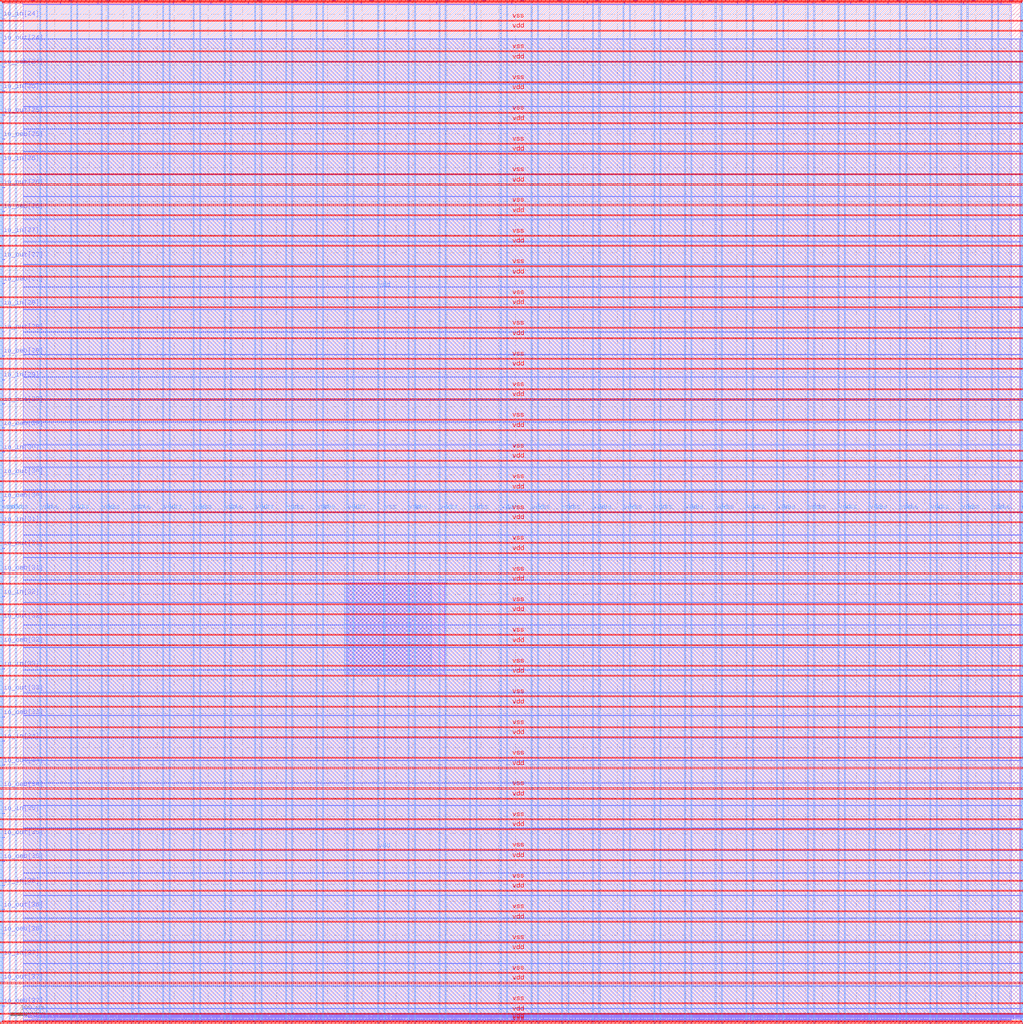
<source format=lef>
VERSION 5.7 ;
  NOWIREEXTENSIONATPIN ON ;
  DIVIDERCHAR "/" ;
  BUSBITCHARS "[]" ;
MACRO user_project_wrapper
  CLASS BLOCK ;
  FOREIGN user_project_wrapper ;
  ORIGIN 0.000 0.000 ;
  SIZE 2980.200 BY 2980.200 ;
  PIN io_in[0]
    DIRECTION INPUT ;
    USE SIGNAL ;
    PORT
      LAYER Metal3 ;
        RECT 2977.800 35.560 2985.000 36.680 ;
    END
  END io_in[0]
  PIN io_in[10]
    DIRECTION INPUT ;
    USE SIGNAL ;
    PORT
      LAYER Metal3 ;
        RECT 2977.800 2017.960 2985.000 2019.080 ;
    END
  END io_in[10]
  PIN io_in[11]
    DIRECTION INPUT ;
    USE SIGNAL ;
    PORT
      LAYER Metal3 ;
        RECT 2977.800 2216.200 2985.000 2217.320 ;
    END
  END io_in[11]
  PIN io_in[12]
    DIRECTION INPUT ;
    USE SIGNAL ;
    PORT
      LAYER Metal3 ;
        RECT 2977.800 2414.440 2985.000 2415.560 ;
    END
  END io_in[12]
  PIN io_in[13]
    DIRECTION INPUT ;
    USE SIGNAL ;
    PORT
      LAYER Metal3 ;
        RECT 2977.800 2612.680 2985.000 2613.800 ;
    END
  END io_in[13]
  PIN io_in[14]
    DIRECTION INPUT ;
    USE SIGNAL ;
    PORT
      LAYER Metal3 ;
        RECT 2977.800 2810.920 2985.000 2812.040 ;
    END
  END io_in[14]
  PIN io_in[15]
    DIRECTION INPUT ;
    USE SIGNAL ;
    PORT
      LAYER Metal2 ;
        RECT 2923.480 2977.800 2924.600 2985.000 ;
    END
  END io_in[15]
  PIN io_in[16]
    DIRECTION INPUT ;
    USE SIGNAL ;
    PORT
      LAYER Metal2 ;
        RECT 2592.520 2977.800 2593.640 2985.000 ;
    END
  END io_in[16]
  PIN io_in[17]
    DIRECTION INPUT ;
    USE SIGNAL ;
    PORT
      LAYER Metal2 ;
        RECT 2261.560 2977.800 2262.680 2985.000 ;
    END
  END io_in[17]
  PIN io_in[18]
    DIRECTION INPUT ;
    USE SIGNAL ;
    PORT
      LAYER Metal2 ;
        RECT 1930.600 2977.800 1931.720 2985.000 ;
    END
  END io_in[18]
  PIN io_in[19]
    DIRECTION INPUT ;
    USE SIGNAL ;
    PORT
      LAYER Metal2 ;
        RECT 1599.640 2977.800 1600.760 2985.000 ;
    END
  END io_in[19]
  PIN io_in[1]
    DIRECTION INPUT ;
    USE SIGNAL ;
    PORT
      LAYER Metal3 ;
        RECT 2977.800 233.800 2985.000 234.920 ;
    END
  END io_in[1]
  PIN io_in[20]
    DIRECTION INPUT ;
    USE SIGNAL ;
    PORT
      LAYER Metal2 ;
        RECT 1268.680 2977.800 1269.800 2985.000 ;
    END
  END io_in[20]
  PIN io_in[21]
    DIRECTION INPUT ;
    USE SIGNAL ;
    PORT
      LAYER Metal2 ;
        RECT 937.720 2977.800 938.840 2985.000 ;
    END
  END io_in[21]
  PIN io_in[22]
    DIRECTION INPUT ;
    USE SIGNAL ;
    PORT
      LAYER Metal2 ;
        RECT 606.760 2977.800 607.880 2985.000 ;
    END
  END io_in[22]
  PIN io_in[23]
    DIRECTION INPUT ;
    USE SIGNAL ;
    PORT
      LAYER Metal2 ;
        RECT 275.800 2977.800 276.920 2985.000 ;
    END
  END io_in[23]
  PIN io_in[24]
    DIRECTION INPUT ;
    USE SIGNAL ;
    PORT
      LAYER Metal3 ;
        RECT -4.800 2935.800 2.400 2936.920 ;
    END
  END io_in[24]
  PIN io_in[25]
    DIRECTION INPUT ;
    USE SIGNAL ;
    PORT
      LAYER Metal3 ;
        RECT -4.800 2724.120 2.400 2725.240 ;
    END
  END io_in[25]
  PIN io_in[26]
    DIRECTION INPUT ;
    USE SIGNAL ;
    PORT
      LAYER Metal3 ;
        RECT -4.800 2512.440 2.400 2513.560 ;
    END
  END io_in[26]
  PIN io_in[27]
    DIRECTION INPUT ;
    USE SIGNAL ;
    PORT
      LAYER Metal3 ;
        RECT -4.800 2300.760 2.400 2301.880 ;
    END
  END io_in[27]
  PIN io_in[28]
    DIRECTION INPUT ;
    USE SIGNAL ;
    PORT
      LAYER Metal3 ;
        RECT -4.800 2089.080 2.400 2090.200 ;
    END
  END io_in[28]
  PIN io_in[29]
    DIRECTION INPUT ;
    USE SIGNAL ;
    PORT
      LAYER Metal3 ;
        RECT -4.800 1877.400 2.400 1878.520 ;
    END
  END io_in[29]
  PIN io_in[2]
    DIRECTION INPUT ;
    USE SIGNAL ;
    PORT
      LAYER Metal3 ;
        RECT 2977.800 432.040 2985.000 433.160 ;
    END
  END io_in[2]
  PIN io_in[30]
    DIRECTION INPUT ;
    USE SIGNAL ;
    PORT
      LAYER Metal3 ;
        RECT -4.800 1665.720 2.400 1666.840 ;
    END
  END io_in[30]
  PIN io_in[31]
    DIRECTION INPUT ;
    USE SIGNAL ;
    PORT
      LAYER Metal3 ;
        RECT -4.800 1454.040 2.400 1455.160 ;
    END
  END io_in[31]
  PIN io_in[32]
    DIRECTION INPUT ;
    USE SIGNAL ;
    PORT
      LAYER Metal3 ;
        RECT -4.800 1242.360 2.400 1243.480 ;
    END
  END io_in[32]
  PIN io_in[33]
    DIRECTION INPUT ;
    USE SIGNAL ;
    PORT
      LAYER Metal3 ;
        RECT -4.800 1030.680 2.400 1031.800 ;
    END
  END io_in[33]
  PIN io_in[34]
    DIRECTION INPUT ;
    USE SIGNAL ;
    PORT
      LAYER Metal3 ;
        RECT -4.800 819.000 2.400 820.120 ;
    END
  END io_in[34]
  PIN io_in[35]
    DIRECTION INPUT ;
    USE SIGNAL ;
    PORT
      LAYER Metal3 ;
        RECT -4.800 607.320 2.400 608.440 ;
    END
  END io_in[35]
  PIN io_in[36]
    DIRECTION INPUT ;
    USE SIGNAL ;
    PORT
      LAYER Metal3 ;
        RECT -4.800 395.640 2.400 396.760 ;
    END
  END io_in[36]
  PIN io_in[37]
    DIRECTION INPUT ;
    USE SIGNAL ;
    PORT
      LAYER Metal3 ;
        RECT -4.800 183.960 2.400 185.080 ;
    END
  END io_in[37]
  PIN io_in[3]
    DIRECTION INPUT ;
    USE SIGNAL ;
    PORT
      LAYER Metal3 ;
        RECT 2977.800 630.280 2985.000 631.400 ;
    END
  END io_in[3]
  PIN io_in[4]
    DIRECTION INPUT ;
    USE SIGNAL ;
    PORT
      LAYER Metal3 ;
        RECT 2977.800 828.520 2985.000 829.640 ;
    END
  END io_in[4]
  PIN io_in[5]
    DIRECTION INPUT ;
    USE SIGNAL ;
    PORT
      LAYER Metal3 ;
        RECT 2977.800 1026.760 2985.000 1027.880 ;
    END
  END io_in[5]
  PIN io_in[6]
    DIRECTION INPUT ;
    USE SIGNAL ;
    PORT
      LAYER Metal3 ;
        RECT 2977.800 1225.000 2985.000 1226.120 ;
    END
  END io_in[6]
  PIN io_in[7]
    DIRECTION INPUT ;
    USE SIGNAL ;
    PORT
      LAYER Metal3 ;
        RECT 2977.800 1423.240 2985.000 1424.360 ;
    END
  END io_in[7]
  PIN io_in[8]
    DIRECTION INPUT ;
    USE SIGNAL ;
    PORT
      LAYER Metal3 ;
        RECT 2977.800 1621.480 2985.000 1622.600 ;
    END
  END io_in[8]
  PIN io_in[9]
    DIRECTION INPUT ;
    USE SIGNAL ;
    PORT
      LAYER Metal3 ;
        RECT 2977.800 1819.720 2985.000 1820.840 ;
    END
  END io_in[9]
  PIN io_oeb[0]
    DIRECTION OUTPUT TRISTATE ;
    USE SIGNAL ;
    PORT
      LAYER Metal3 ;
        RECT 2977.800 167.720 2985.000 168.840 ;
    END
  END io_oeb[0]
  PIN io_oeb[10]
    DIRECTION OUTPUT TRISTATE ;
    USE SIGNAL ;
    PORT
      LAYER Metal3 ;
        RECT 2977.800 2150.120 2985.000 2151.240 ;
    END
  END io_oeb[10]
  PIN io_oeb[11]
    DIRECTION OUTPUT TRISTATE ;
    USE SIGNAL ;
    PORT
      LAYER Metal3 ;
        RECT 2977.800 2348.360 2985.000 2349.480 ;
    END
  END io_oeb[11]
  PIN io_oeb[12]
    DIRECTION OUTPUT TRISTATE ;
    USE SIGNAL ;
    PORT
      LAYER Metal3 ;
        RECT 2977.800 2546.600 2985.000 2547.720 ;
    END
  END io_oeb[12]
  PIN io_oeb[13]
    DIRECTION OUTPUT TRISTATE ;
    USE SIGNAL ;
    PORT
      LAYER Metal3 ;
        RECT 2977.800 2744.840 2985.000 2745.960 ;
    END
  END io_oeb[13]
  PIN io_oeb[14]
    DIRECTION OUTPUT TRISTATE ;
    USE SIGNAL ;
    PORT
      LAYER Metal3 ;
        RECT 2977.800 2943.080 2985.000 2944.200 ;
    END
  END io_oeb[14]
  PIN io_oeb[15]
    DIRECTION OUTPUT TRISTATE ;
    USE SIGNAL ;
    PORT
      LAYER Metal2 ;
        RECT 2702.840 2977.800 2703.960 2985.000 ;
    END
  END io_oeb[15]
  PIN io_oeb[16]
    DIRECTION OUTPUT TRISTATE ;
    USE SIGNAL ;
    PORT
      LAYER Metal2 ;
        RECT 2371.880 2977.800 2373.000 2985.000 ;
    END
  END io_oeb[16]
  PIN io_oeb[17]
    DIRECTION OUTPUT TRISTATE ;
    USE SIGNAL ;
    PORT
      LAYER Metal2 ;
        RECT 2040.920 2977.800 2042.040 2985.000 ;
    END
  END io_oeb[17]
  PIN io_oeb[18]
    DIRECTION OUTPUT TRISTATE ;
    USE SIGNAL ;
    PORT
      LAYER Metal2 ;
        RECT 1709.960 2977.800 1711.080 2985.000 ;
    END
  END io_oeb[18]
  PIN io_oeb[19]
    DIRECTION OUTPUT TRISTATE ;
    USE SIGNAL ;
    PORT
      LAYER Metal2 ;
        RECT 1379.000 2977.800 1380.120 2985.000 ;
    END
  END io_oeb[19]
  PIN io_oeb[1]
    DIRECTION OUTPUT TRISTATE ;
    USE SIGNAL ;
    PORT
      LAYER Metal3 ;
        RECT 2977.800 365.960 2985.000 367.080 ;
    END
  END io_oeb[1]
  PIN io_oeb[20]
    DIRECTION OUTPUT TRISTATE ;
    USE SIGNAL ;
    PORT
      LAYER Metal2 ;
        RECT 1048.040 2977.800 1049.160 2985.000 ;
    END
  END io_oeb[20]
  PIN io_oeb[21]
    DIRECTION OUTPUT TRISTATE ;
    USE SIGNAL ;
    PORT
      LAYER Metal2 ;
        RECT 717.080 2977.800 718.200 2985.000 ;
    END
  END io_oeb[21]
  PIN io_oeb[22]
    DIRECTION OUTPUT TRISTATE ;
    USE SIGNAL ;
    PORT
      LAYER Metal2 ;
        RECT 386.120 2977.800 387.240 2985.000 ;
    END
  END io_oeb[22]
  PIN io_oeb[23]
    DIRECTION OUTPUT TRISTATE ;
    USE SIGNAL ;
    PORT
      LAYER Metal2 ;
        RECT 55.160 2977.800 56.280 2985.000 ;
    END
  END io_oeb[23]
  PIN io_oeb[24]
    DIRECTION OUTPUT TRISTATE ;
    USE SIGNAL ;
    PORT
      LAYER Metal3 ;
        RECT -4.800 2794.680 2.400 2795.800 ;
    END
  END io_oeb[24]
  PIN io_oeb[25]
    DIRECTION OUTPUT TRISTATE ;
    USE SIGNAL ;
    PORT
      LAYER Metal3 ;
        RECT -4.800 2583.000 2.400 2584.120 ;
    END
  END io_oeb[25]
  PIN io_oeb[26]
    DIRECTION OUTPUT TRISTATE ;
    USE SIGNAL ;
    PORT
      LAYER Metal3 ;
        RECT -4.800 2371.320 2.400 2372.440 ;
    END
  END io_oeb[26]
  PIN io_oeb[27]
    DIRECTION OUTPUT TRISTATE ;
    USE SIGNAL ;
    PORT
      LAYER Metal3 ;
        RECT -4.800 2159.640 2.400 2160.760 ;
    END
  END io_oeb[27]
  PIN io_oeb[28]
    DIRECTION OUTPUT TRISTATE ;
    USE SIGNAL ;
    PORT
      LAYER Metal3 ;
        RECT -4.800 1947.960 2.400 1949.080 ;
    END
  END io_oeb[28]
  PIN io_oeb[29]
    DIRECTION OUTPUT TRISTATE ;
    USE SIGNAL ;
    PORT
      LAYER Metal3 ;
        RECT -4.800 1736.280 2.400 1737.400 ;
    END
  END io_oeb[29]
  PIN io_oeb[2]
    DIRECTION OUTPUT TRISTATE ;
    USE SIGNAL ;
    PORT
      LAYER Metal3 ;
        RECT 2977.800 564.200 2985.000 565.320 ;
    END
  END io_oeb[2]
  PIN io_oeb[30]
    DIRECTION OUTPUT TRISTATE ;
    USE SIGNAL ;
    PORT
      LAYER Metal3 ;
        RECT -4.800 1524.600 2.400 1525.720 ;
    END
  END io_oeb[30]
  PIN io_oeb[31]
    DIRECTION OUTPUT TRISTATE ;
    USE SIGNAL ;
    PORT
      LAYER Metal3 ;
        RECT -4.800 1312.920 2.400 1314.040 ;
    END
  END io_oeb[31]
  PIN io_oeb[32]
    DIRECTION OUTPUT TRISTATE ;
    USE SIGNAL ;
    PORT
      LAYER Metal3 ;
        RECT -4.800 1101.240 2.400 1102.360 ;
    END
  END io_oeb[32]
  PIN io_oeb[33]
    DIRECTION OUTPUT TRISTATE ;
    USE SIGNAL ;
    PORT
      LAYER Metal3 ;
        RECT -4.800 889.560 2.400 890.680 ;
    END
  END io_oeb[33]
  PIN io_oeb[34]
    DIRECTION OUTPUT TRISTATE ;
    USE SIGNAL ;
    PORT
      LAYER Metal3 ;
        RECT -4.800 677.880 2.400 679.000 ;
    END
  END io_oeb[34]
  PIN io_oeb[35]
    DIRECTION OUTPUT TRISTATE ;
    USE SIGNAL ;
    PORT
      LAYER Metal3 ;
        RECT -4.800 466.200 2.400 467.320 ;
    END
  END io_oeb[35]
  PIN io_oeb[36]
    DIRECTION OUTPUT TRISTATE ;
    USE SIGNAL ;
    PORT
      LAYER Metal3 ;
        RECT -4.800 254.520 2.400 255.640 ;
    END
  END io_oeb[36]
  PIN io_oeb[37]
    DIRECTION OUTPUT TRISTATE ;
    USE SIGNAL ;
    PORT
      LAYER Metal3 ;
        RECT -4.800 42.840 2.400 43.960 ;
    END
  END io_oeb[37]
  PIN io_oeb[3]
    DIRECTION OUTPUT TRISTATE ;
    USE SIGNAL ;
    PORT
      LAYER Metal3 ;
        RECT 2977.800 762.440 2985.000 763.560 ;
    END
  END io_oeb[3]
  PIN io_oeb[4]
    DIRECTION OUTPUT TRISTATE ;
    USE SIGNAL ;
    PORT
      LAYER Metal3 ;
        RECT 2977.800 960.680 2985.000 961.800 ;
    END
  END io_oeb[4]
  PIN io_oeb[5]
    DIRECTION OUTPUT TRISTATE ;
    USE SIGNAL ;
    PORT
      LAYER Metal3 ;
        RECT 2977.800 1158.920 2985.000 1160.040 ;
    END
  END io_oeb[5]
  PIN io_oeb[6]
    DIRECTION OUTPUT TRISTATE ;
    USE SIGNAL ;
    PORT
      LAYER Metal3 ;
        RECT 2977.800 1357.160 2985.000 1358.280 ;
    END
  END io_oeb[6]
  PIN io_oeb[7]
    DIRECTION OUTPUT TRISTATE ;
    USE SIGNAL ;
    PORT
      LAYER Metal3 ;
        RECT 2977.800 1555.400 2985.000 1556.520 ;
    END
  END io_oeb[7]
  PIN io_oeb[8]
    DIRECTION OUTPUT TRISTATE ;
    USE SIGNAL ;
    PORT
      LAYER Metal3 ;
        RECT 2977.800 1753.640 2985.000 1754.760 ;
    END
  END io_oeb[8]
  PIN io_oeb[9]
    DIRECTION OUTPUT TRISTATE ;
    USE SIGNAL ;
    PORT
      LAYER Metal3 ;
        RECT 2977.800 1951.880 2985.000 1953.000 ;
    END
  END io_oeb[9]
  PIN io_out[0]
    DIRECTION OUTPUT TRISTATE ;
    USE SIGNAL ;
    PORT
      LAYER Metal3 ;
        RECT 2977.800 101.640 2985.000 102.760 ;
    END
  END io_out[0]
  PIN io_out[10]
    DIRECTION OUTPUT TRISTATE ;
    USE SIGNAL ;
    PORT
      LAYER Metal3 ;
        RECT 2977.800 2084.040 2985.000 2085.160 ;
    END
  END io_out[10]
  PIN io_out[11]
    DIRECTION OUTPUT TRISTATE ;
    USE SIGNAL ;
    PORT
      LAYER Metal3 ;
        RECT 2977.800 2282.280 2985.000 2283.400 ;
    END
  END io_out[11]
  PIN io_out[12]
    DIRECTION OUTPUT TRISTATE ;
    USE SIGNAL ;
    PORT
      LAYER Metal3 ;
        RECT 2977.800 2480.520 2985.000 2481.640 ;
    END
  END io_out[12]
  PIN io_out[13]
    DIRECTION OUTPUT TRISTATE ;
    USE SIGNAL ;
    PORT
      LAYER Metal3 ;
        RECT 2977.800 2678.760 2985.000 2679.880 ;
    END
  END io_out[13]
  PIN io_out[14]
    DIRECTION OUTPUT TRISTATE ;
    USE SIGNAL ;
    PORT
      LAYER Metal3 ;
        RECT 2977.800 2877.000 2985.000 2878.120 ;
    END
  END io_out[14]
  PIN io_out[15]
    DIRECTION OUTPUT TRISTATE ;
    USE SIGNAL ;
    PORT
      LAYER Metal2 ;
        RECT 2813.160 2977.800 2814.280 2985.000 ;
    END
  END io_out[15]
  PIN io_out[16]
    DIRECTION OUTPUT TRISTATE ;
    USE SIGNAL ;
    PORT
      LAYER Metal2 ;
        RECT 2482.200 2977.800 2483.320 2985.000 ;
    END
  END io_out[16]
  PIN io_out[17]
    DIRECTION OUTPUT TRISTATE ;
    USE SIGNAL ;
    PORT
      LAYER Metal2 ;
        RECT 2151.240 2977.800 2152.360 2985.000 ;
    END
  END io_out[17]
  PIN io_out[18]
    DIRECTION OUTPUT TRISTATE ;
    USE SIGNAL ;
    PORT
      LAYER Metal2 ;
        RECT 1820.280 2977.800 1821.400 2985.000 ;
    END
  END io_out[18]
  PIN io_out[19]
    DIRECTION OUTPUT TRISTATE ;
    USE SIGNAL ;
    PORT
      LAYER Metal2 ;
        RECT 1489.320 2977.800 1490.440 2985.000 ;
    END
  END io_out[19]
  PIN io_out[1]
    DIRECTION OUTPUT TRISTATE ;
    USE SIGNAL ;
    PORT
      LAYER Metal3 ;
        RECT 2977.800 299.880 2985.000 301.000 ;
    END
  END io_out[1]
  PIN io_out[20]
    DIRECTION OUTPUT TRISTATE ;
    USE SIGNAL ;
    PORT
      LAYER Metal2 ;
        RECT 1158.360 2977.800 1159.480 2985.000 ;
    END
  END io_out[20]
  PIN io_out[21]
    DIRECTION OUTPUT TRISTATE ;
    USE SIGNAL ;
    PORT
      LAYER Metal2 ;
        RECT 827.400 2977.800 828.520 2985.000 ;
    END
  END io_out[21]
  PIN io_out[22]
    DIRECTION OUTPUT TRISTATE ;
    USE SIGNAL ;
    PORT
      LAYER Metal2 ;
        RECT 496.440 2977.800 497.560 2985.000 ;
    END
  END io_out[22]
  PIN io_out[23]
    DIRECTION OUTPUT TRISTATE ;
    USE SIGNAL ;
    PORT
      LAYER Metal2 ;
        RECT 165.480 2977.800 166.600 2985.000 ;
    END
  END io_out[23]
  PIN io_out[24]
    DIRECTION OUTPUT TRISTATE ;
    USE SIGNAL ;
    PORT
      LAYER Metal3 ;
        RECT -4.800 2865.240 2.400 2866.360 ;
    END
  END io_out[24]
  PIN io_out[25]
    DIRECTION OUTPUT TRISTATE ;
    USE SIGNAL ;
    PORT
      LAYER Metal3 ;
        RECT -4.800 2653.560 2.400 2654.680 ;
    END
  END io_out[25]
  PIN io_out[26]
    DIRECTION OUTPUT TRISTATE ;
    USE SIGNAL ;
    PORT
      LAYER Metal3 ;
        RECT -4.800 2441.880 2.400 2443.000 ;
    END
  END io_out[26]
  PIN io_out[27]
    DIRECTION OUTPUT TRISTATE ;
    USE SIGNAL ;
    PORT
      LAYER Metal3 ;
        RECT -4.800 2230.200 2.400 2231.320 ;
    END
  END io_out[27]
  PIN io_out[28]
    DIRECTION OUTPUT TRISTATE ;
    USE SIGNAL ;
    PORT
      LAYER Metal3 ;
        RECT -4.800 2018.520 2.400 2019.640 ;
    END
  END io_out[28]
  PIN io_out[29]
    DIRECTION OUTPUT TRISTATE ;
    USE SIGNAL ;
    PORT
      LAYER Metal3 ;
        RECT -4.800 1806.840 2.400 1807.960 ;
    END
  END io_out[29]
  PIN io_out[2]
    DIRECTION OUTPUT TRISTATE ;
    USE SIGNAL ;
    PORT
      LAYER Metal3 ;
        RECT 2977.800 498.120 2985.000 499.240 ;
    END
  END io_out[2]
  PIN io_out[30]
    DIRECTION OUTPUT TRISTATE ;
    USE SIGNAL ;
    PORT
      LAYER Metal3 ;
        RECT -4.800 1595.160 2.400 1596.280 ;
    END
  END io_out[30]
  PIN io_out[31]
    DIRECTION OUTPUT TRISTATE ;
    USE SIGNAL ;
    PORT
      LAYER Metal3 ;
        RECT -4.800 1383.480 2.400 1384.600 ;
    END
  END io_out[31]
  PIN io_out[32]
    DIRECTION OUTPUT TRISTATE ;
    USE SIGNAL ;
    PORT
      LAYER Metal3 ;
        RECT -4.800 1171.800 2.400 1172.920 ;
    END
  END io_out[32]
  PIN io_out[33]
    DIRECTION OUTPUT TRISTATE ;
    USE SIGNAL ;
    PORT
      LAYER Metal3 ;
        RECT -4.800 960.120 2.400 961.240 ;
    END
  END io_out[33]
  PIN io_out[34]
    DIRECTION OUTPUT TRISTATE ;
    USE SIGNAL ;
    PORT
      LAYER Metal3 ;
        RECT -4.800 748.440 2.400 749.560 ;
    END
  END io_out[34]
  PIN io_out[35]
    DIRECTION OUTPUT TRISTATE ;
    USE SIGNAL ;
    PORT
      LAYER Metal3 ;
        RECT -4.800 536.760 2.400 537.880 ;
    END
  END io_out[35]
  PIN io_out[36]
    DIRECTION OUTPUT TRISTATE ;
    USE SIGNAL ;
    PORT
      LAYER Metal3 ;
        RECT -4.800 325.080 2.400 326.200 ;
    END
  END io_out[36]
  PIN io_out[37]
    DIRECTION OUTPUT TRISTATE ;
    USE SIGNAL ;
    PORT
      LAYER Metal3 ;
        RECT -4.800 113.400 2.400 114.520 ;
    END
  END io_out[37]
  PIN io_out[3]
    DIRECTION OUTPUT TRISTATE ;
    USE SIGNAL ;
    PORT
      LAYER Metal3 ;
        RECT 2977.800 696.360 2985.000 697.480 ;
    END
  END io_out[3]
  PIN io_out[4]
    DIRECTION OUTPUT TRISTATE ;
    USE SIGNAL ;
    PORT
      LAYER Metal3 ;
        RECT 2977.800 894.600 2985.000 895.720 ;
    END
  END io_out[4]
  PIN io_out[5]
    DIRECTION OUTPUT TRISTATE ;
    USE SIGNAL ;
    PORT
      LAYER Metal3 ;
        RECT 2977.800 1092.840 2985.000 1093.960 ;
    END
  END io_out[5]
  PIN io_out[6]
    DIRECTION OUTPUT TRISTATE ;
    USE SIGNAL ;
    PORT
      LAYER Metal3 ;
        RECT 2977.800 1291.080 2985.000 1292.200 ;
    END
  END io_out[6]
  PIN io_out[7]
    DIRECTION OUTPUT TRISTATE ;
    USE SIGNAL ;
    PORT
      LAYER Metal3 ;
        RECT 2977.800 1489.320 2985.000 1490.440 ;
    END
  END io_out[7]
  PIN io_out[8]
    DIRECTION OUTPUT TRISTATE ;
    USE SIGNAL ;
    PORT
      LAYER Metal3 ;
        RECT 2977.800 1687.560 2985.000 1688.680 ;
    END
  END io_out[8]
  PIN io_out[9]
    DIRECTION OUTPUT TRISTATE ;
    USE SIGNAL ;
    PORT
      LAYER Metal3 ;
        RECT 2977.800 1885.800 2985.000 1886.920 ;
    END
  END io_out[9]
  PIN la_data_in[0]
    DIRECTION INPUT ;
    USE SIGNAL ;
    PORT
      LAYER Metal2 ;
        RECT 1065.960 -4.800 1067.080 2.400 ;
    END
  END la_data_in[0]
  PIN la_data_in[10]
    DIRECTION INPUT ;
    USE SIGNAL ;
    PORT
      LAYER Metal2 ;
        RECT 1351.560 -4.800 1352.680 2.400 ;
    END
  END la_data_in[10]
  PIN la_data_in[11]
    DIRECTION INPUT ;
    USE SIGNAL ;
    PORT
      LAYER Metal2 ;
        RECT 1380.120 -4.800 1381.240 2.400 ;
    END
  END la_data_in[11]
  PIN la_data_in[12]
    DIRECTION INPUT ;
    USE SIGNAL ;
    PORT
      LAYER Metal2 ;
        RECT 1408.680 -4.800 1409.800 2.400 ;
    END
  END la_data_in[12]
  PIN la_data_in[13]
    DIRECTION INPUT ;
    USE SIGNAL ;
    PORT
      LAYER Metal2 ;
        RECT 1437.240 -4.800 1438.360 2.400 ;
    END
  END la_data_in[13]
  PIN la_data_in[14]
    DIRECTION INPUT ;
    USE SIGNAL ;
    PORT
      LAYER Metal2 ;
        RECT 1465.800 -4.800 1466.920 2.400 ;
    END
  END la_data_in[14]
  PIN la_data_in[15]
    DIRECTION INPUT ;
    USE SIGNAL ;
    PORT
      LAYER Metal2 ;
        RECT 1494.360 -4.800 1495.480 2.400 ;
    END
  END la_data_in[15]
  PIN la_data_in[16]
    DIRECTION INPUT ;
    USE SIGNAL ;
    PORT
      LAYER Metal2 ;
        RECT 1522.920 -4.800 1524.040 2.400 ;
    END
  END la_data_in[16]
  PIN la_data_in[17]
    DIRECTION INPUT ;
    USE SIGNAL ;
    PORT
      LAYER Metal2 ;
        RECT 1551.480 -4.800 1552.600 2.400 ;
    END
  END la_data_in[17]
  PIN la_data_in[18]
    DIRECTION INPUT ;
    USE SIGNAL ;
    PORT
      LAYER Metal2 ;
        RECT 1580.040 -4.800 1581.160 2.400 ;
    END
  END la_data_in[18]
  PIN la_data_in[19]
    DIRECTION INPUT ;
    USE SIGNAL ;
    PORT
      LAYER Metal2 ;
        RECT 1608.600 -4.800 1609.720 2.400 ;
    END
  END la_data_in[19]
  PIN la_data_in[1]
    DIRECTION INPUT ;
    USE SIGNAL ;
    PORT
      LAYER Metal2 ;
        RECT 1094.520 -4.800 1095.640 2.400 ;
    END
  END la_data_in[1]
  PIN la_data_in[20]
    DIRECTION INPUT ;
    USE SIGNAL ;
    PORT
      LAYER Metal2 ;
        RECT 1637.160 -4.800 1638.280 2.400 ;
    END
  END la_data_in[20]
  PIN la_data_in[21]
    DIRECTION INPUT ;
    USE SIGNAL ;
    PORT
      LAYER Metal2 ;
        RECT 1665.720 -4.800 1666.840 2.400 ;
    END
  END la_data_in[21]
  PIN la_data_in[22]
    DIRECTION INPUT ;
    USE SIGNAL ;
    PORT
      LAYER Metal2 ;
        RECT 1694.280 -4.800 1695.400 2.400 ;
    END
  END la_data_in[22]
  PIN la_data_in[23]
    DIRECTION INPUT ;
    USE SIGNAL ;
    PORT
      LAYER Metal2 ;
        RECT 1722.840 -4.800 1723.960 2.400 ;
    END
  END la_data_in[23]
  PIN la_data_in[24]
    DIRECTION INPUT ;
    USE SIGNAL ;
    PORT
      LAYER Metal2 ;
        RECT 1751.400 -4.800 1752.520 2.400 ;
    END
  END la_data_in[24]
  PIN la_data_in[25]
    DIRECTION INPUT ;
    USE SIGNAL ;
    PORT
      LAYER Metal2 ;
        RECT 1779.960 -4.800 1781.080 2.400 ;
    END
  END la_data_in[25]
  PIN la_data_in[26]
    DIRECTION INPUT ;
    USE SIGNAL ;
    PORT
      LAYER Metal2 ;
        RECT 1808.520 -4.800 1809.640 2.400 ;
    END
  END la_data_in[26]
  PIN la_data_in[27]
    DIRECTION INPUT ;
    USE SIGNAL ;
    PORT
      LAYER Metal2 ;
        RECT 1837.080 -4.800 1838.200 2.400 ;
    END
  END la_data_in[27]
  PIN la_data_in[28]
    DIRECTION INPUT ;
    USE SIGNAL ;
    PORT
      LAYER Metal2 ;
        RECT 1865.640 -4.800 1866.760 2.400 ;
    END
  END la_data_in[28]
  PIN la_data_in[29]
    DIRECTION INPUT ;
    USE SIGNAL ;
    PORT
      LAYER Metal2 ;
        RECT 1894.200 -4.800 1895.320 2.400 ;
    END
  END la_data_in[29]
  PIN la_data_in[2]
    DIRECTION INPUT ;
    USE SIGNAL ;
    PORT
      LAYER Metal2 ;
        RECT 1123.080 -4.800 1124.200 2.400 ;
    END
  END la_data_in[2]
  PIN la_data_in[30]
    DIRECTION INPUT ;
    USE SIGNAL ;
    PORT
      LAYER Metal2 ;
        RECT 1922.760 -4.800 1923.880 2.400 ;
    END
  END la_data_in[30]
  PIN la_data_in[31]
    DIRECTION INPUT ;
    USE SIGNAL ;
    PORT
      LAYER Metal2 ;
        RECT 1951.320 -4.800 1952.440 2.400 ;
    END
  END la_data_in[31]
  PIN la_data_in[32]
    DIRECTION INPUT ;
    USE SIGNAL ;
    PORT
      LAYER Metal2 ;
        RECT 1979.880 -4.800 1981.000 2.400 ;
    END
  END la_data_in[32]
  PIN la_data_in[33]
    DIRECTION INPUT ;
    USE SIGNAL ;
    PORT
      LAYER Metal2 ;
        RECT 2008.440 -4.800 2009.560 2.400 ;
    END
  END la_data_in[33]
  PIN la_data_in[34]
    DIRECTION INPUT ;
    USE SIGNAL ;
    PORT
      LAYER Metal2 ;
        RECT 2037.000 -4.800 2038.120 2.400 ;
    END
  END la_data_in[34]
  PIN la_data_in[35]
    DIRECTION INPUT ;
    USE SIGNAL ;
    PORT
      LAYER Metal2 ;
        RECT 2065.560 -4.800 2066.680 2.400 ;
    END
  END la_data_in[35]
  PIN la_data_in[36]
    DIRECTION INPUT ;
    USE SIGNAL ;
    PORT
      LAYER Metal2 ;
        RECT 2094.120 -4.800 2095.240 2.400 ;
    END
  END la_data_in[36]
  PIN la_data_in[37]
    DIRECTION INPUT ;
    USE SIGNAL ;
    PORT
      LAYER Metal2 ;
        RECT 2122.680 -4.800 2123.800 2.400 ;
    END
  END la_data_in[37]
  PIN la_data_in[38]
    DIRECTION INPUT ;
    USE SIGNAL ;
    PORT
      LAYER Metal2 ;
        RECT 2151.240 -4.800 2152.360 2.400 ;
    END
  END la_data_in[38]
  PIN la_data_in[39]
    DIRECTION INPUT ;
    USE SIGNAL ;
    PORT
      LAYER Metal2 ;
        RECT 2179.800 -4.800 2180.920 2.400 ;
    END
  END la_data_in[39]
  PIN la_data_in[3]
    DIRECTION INPUT ;
    USE SIGNAL ;
    PORT
      LAYER Metal2 ;
        RECT 1151.640 -4.800 1152.760 2.400 ;
    END
  END la_data_in[3]
  PIN la_data_in[40]
    DIRECTION INPUT ;
    USE SIGNAL ;
    PORT
      LAYER Metal2 ;
        RECT 2208.360 -4.800 2209.480 2.400 ;
    END
  END la_data_in[40]
  PIN la_data_in[41]
    DIRECTION INPUT ;
    USE SIGNAL ;
    PORT
      LAYER Metal2 ;
        RECT 2236.920 -4.800 2238.040 2.400 ;
    END
  END la_data_in[41]
  PIN la_data_in[42]
    DIRECTION INPUT ;
    USE SIGNAL ;
    PORT
      LAYER Metal2 ;
        RECT 2265.480 -4.800 2266.600 2.400 ;
    END
  END la_data_in[42]
  PIN la_data_in[43]
    DIRECTION INPUT ;
    USE SIGNAL ;
    PORT
      LAYER Metal2 ;
        RECT 2294.040 -4.800 2295.160 2.400 ;
    END
  END la_data_in[43]
  PIN la_data_in[44]
    DIRECTION INPUT ;
    USE SIGNAL ;
    PORT
      LAYER Metal2 ;
        RECT 2322.600 -4.800 2323.720 2.400 ;
    END
  END la_data_in[44]
  PIN la_data_in[45]
    DIRECTION INPUT ;
    USE SIGNAL ;
    PORT
      LAYER Metal2 ;
        RECT 2351.160 -4.800 2352.280 2.400 ;
    END
  END la_data_in[45]
  PIN la_data_in[46]
    DIRECTION INPUT ;
    USE SIGNAL ;
    PORT
      LAYER Metal2 ;
        RECT 2379.720 -4.800 2380.840 2.400 ;
    END
  END la_data_in[46]
  PIN la_data_in[47]
    DIRECTION INPUT ;
    USE SIGNAL ;
    PORT
      LAYER Metal2 ;
        RECT 2408.280 -4.800 2409.400 2.400 ;
    END
  END la_data_in[47]
  PIN la_data_in[48]
    DIRECTION INPUT ;
    USE SIGNAL ;
    PORT
      LAYER Metal2 ;
        RECT 2436.840 -4.800 2437.960 2.400 ;
    END
  END la_data_in[48]
  PIN la_data_in[49]
    DIRECTION INPUT ;
    USE SIGNAL ;
    PORT
      LAYER Metal2 ;
        RECT 2465.400 -4.800 2466.520 2.400 ;
    END
  END la_data_in[49]
  PIN la_data_in[4]
    DIRECTION INPUT ;
    USE SIGNAL ;
    PORT
      LAYER Metal2 ;
        RECT 1180.200 -4.800 1181.320 2.400 ;
    END
  END la_data_in[4]
  PIN la_data_in[50]
    DIRECTION INPUT ;
    USE SIGNAL ;
    PORT
      LAYER Metal2 ;
        RECT 2493.960 -4.800 2495.080 2.400 ;
    END
  END la_data_in[50]
  PIN la_data_in[51]
    DIRECTION INPUT ;
    USE SIGNAL ;
    PORT
      LAYER Metal2 ;
        RECT 2522.520 -4.800 2523.640 2.400 ;
    END
  END la_data_in[51]
  PIN la_data_in[52]
    DIRECTION INPUT ;
    USE SIGNAL ;
    PORT
      LAYER Metal2 ;
        RECT 2551.080 -4.800 2552.200 2.400 ;
    END
  END la_data_in[52]
  PIN la_data_in[53]
    DIRECTION INPUT ;
    USE SIGNAL ;
    PORT
      LAYER Metal2 ;
        RECT 2579.640 -4.800 2580.760 2.400 ;
    END
  END la_data_in[53]
  PIN la_data_in[54]
    DIRECTION INPUT ;
    USE SIGNAL ;
    PORT
      LAYER Metal2 ;
        RECT 2608.200 -4.800 2609.320 2.400 ;
    END
  END la_data_in[54]
  PIN la_data_in[55]
    DIRECTION INPUT ;
    USE SIGNAL ;
    PORT
      LAYER Metal2 ;
        RECT 2636.760 -4.800 2637.880 2.400 ;
    END
  END la_data_in[55]
  PIN la_data_in[56]
    DIRECTION INPUT ;
    USE SIGNAL ;
    PORT
      LAYER Metal2 ;
        RECT 2665.320 -4.800 2666.440 2.400 ;
    END
  END la_data_in[56]
  PIN la_data_in[57]
    DIRECTION INPUT ;
    USE SIGNAL ;
    PORT
      LAYER Metal2 ;
        RECT 2693.880 -4.800 2695.000 2.400 ;
    END
  END la_data_in[57]
  PIN la_data_in[58]
    DIRECTION INPUT ;
    USE SIGNAL ;
    PORT
      LAYER Metal2 ;
        RECT 2722.440 -4.800 2723.560 2.400 ;
    END
  END la_data_in[58]
  PIN la_data_in[59]
    DIRECTION INPUT ;
    USE SIGNAL ;
    PORT
      LAYER Metal2 ;
        RECT 2751.000 -4.800 2752.120 2.400 ;
    END
  END la_data_in[59]
  PIN la_data_in[5]
    DIRECTION INPUT ;
    USE SIGNAL ;
    PORT
      LAYER Metal2 ;
        RECT 1208.760 -4.800 1209.880 2.400 ;
    END
  END la_data_in[5]
  PIN la_data_in[60]
    DIRECTION INPUT ;
    USE SIGNAL ;
    PORT
      LAYER Metal2 ;
        RECT 2779.560 -4.800 2780.680 2.400 ;
    END
  END la_data_in[60]
  PIN la_data_in[61]
    DIRECTION INPUT ;
    USE SIGNAL ;
    PORT
      LAYER Metal2 ;
        RECT 2808.120 -4.800 2809.240 2.400 ;
    END
  END la_data_in[61]
  PIN la_data_in[62]
    DIRECTION INPUT ;
    USE SIGNAL ;
    PORT
      LAYER Metal2 ;
        RECT 2836.680 -4.800 2837.800 2.400 ;
    END
  END la_data_in[62]
  PIN la_data_in[63]
    DIRECTION INPUT ;
    USE SIGNAL ;
    PORT
      LAYER Metal2 ;
        RECT 2865.240 -4.800 2866.360 2.400 ;
    END
  END la_data_in[63]
  PIN la_data_in[6]
    DIRECTION INPUT ;
    USE SIGNAL ;
    PORT
      LAYER Metal2 ;
        RECT 1237.320 -4.800 1238.440 2.400 ;
    END
  END la_data_in[6]
  PIN la_data_in[7]
    DIRECTION INPUT ;
    USE SIGNAL ;
    PORT
      LAYER Metal2 ;
        RECT 1265.880 -4.800 1267.000 2.400 ;
    END
  END la_data_in[7]
  PIN la_data_in[8]
    DIRECTION INPUT ;
    USE SIGNAL ;
    PORT
      LAYER Metal2 ;
        RECT 1294.440 -4.800 1295.560 2.400 ;
    END
  END la_data_in[8]
  PIN la_data_in[9]
    DIRECTION INPUT ;
    USE SIGNAL ;
    PORT
      LAYER Metal2 ;
        RECT 1323.000 -4.800 1324.120 2.400 ;
    END
  END la_data_in[9]
  PIN la_data_out[0]
    DIRECTION OUTPUT TRISTATE ;
    USE SIGNAL ;
    PORT
      LAYER Metal2 ;
        RECT 1075.480 -4.800 1076.600 2.400 ;
    END
  END la_data_out[0]
  PIN la_data_out[10]
    DIRECTION OUTPUT TRISTATE ;
    USE SIGNAL ;
    PORT
      LAYER Metal2 ;
        RECT 1361.080 -4.800 1362.200 2.400 ;
    END
  END la_data_out[10]
  PIN la_data_out[11]
    DIRECTION OUTPUT TRISTATE ;
    USE SIGNAL ;
    PORT
      LAYER Metal2 ;
        RECT 1389.640 -4.800 1390.760 2.400 ;
    END
  END la_data_out[11]
  PIN la_data_out[12]
    DIRECTION OUTPUT TRISTATE ;
    USE SIGNAL ;
    PORT
      LAYER Metal2 ;
        RECT 1418.200 -4.800 1419.320 2.400 ;
    END
  END la_data_out[12]
  PIN la_data_out[13]
    DIRECTION OUTPUT TRISTATE ;
    USE SIGNAL ;
    PORT
      LAYER Metal2 ;
        RECT 1446.760 -4.800 1447.880 2.400 ;
    END
  END la_data_out[13]
  PIN la_data_out[14]
    DIRECTION OUTPUT TRISTATE ;
    USE SIGNAL ;
    PORT
      LAYER Metal2 ;
        RECT 1475.320 -4.800 1476.440 2.400 ;
    END
  END la_data_out[14]
  PIN la_data_out[15]
    DIRECTION OUTPUT TRISTATE ;
    USE SIGNAL ;
    PORT
      LAYER Metal2 ;
        RECT 1503.880 -4.800 1505.000 2.400 ;
    END
  END la_data_out[15]
  PIN la_data_out[16]
    DIRECTION OUTPUT TRISTATE ;
    USE SIGNAL ;
    PORT
      LAYER Metal2 ;
        RECT 1532.440 -4.800 1533.560 2.400 ;
    END
  END la_data_out[16]
  PIN la_data_out[17]
    DIRECTION OUTPUT TRISTATE ;
    USE SIGNAL ;
    PORT
      LAYER Metal2 ;
        RECT 1561.000 -4.800 1562.120 2.400 ;
    END
  END la_data_out[17]
  PIN la_data_out[18]
    DIRECTION OUTPUT TRISTATE ;
    USE SIGNAL ;
    PORT
      LAYER Metal2 ;
        RECT 1589.560 -4.800 1590.680 2.400 ;
    END
  END la_data_out[18]
  PIN la_data_out[19]
    DIRECTION OUTPUT TRISTATE ;
    USE SIGNAL ;
    PORT
      LAYER Metal2 ;
        RECT 1618.120 -4.800 1619.240 2.400 ;
    END
  END la_data_out[19]
  PIN la_data_out[1]
    DIRECTION OUTPUT TRISTATE ;
    USE SIGNAL ;
    PORT
      LAYER Metal2 ;
        RECT 1104.040 -4.800 1105.160 2.400 ;
    END
  END la_data_out[1]
  PIN la_data_out[20]
    DIRECTION OUTPUT TRISTATE ;
    USE SIGNAL ;
    PORT
      LAYER Metal2 ;
        RECT 1646.680 -4.800 1647.800 2.400 ;
    END
  END la_data_out[20]
  PIN la_data_out[21]
    DIRECTION OUTPUT TRISTATE ;
    USE SIGNAL ;
    PORT
      LAYER Metal2 ;
        RECT 1675.240 -4.800 1676.360 2.400 ;
    END
  END la_data_out[21]
  PIN la_data_out[22]
    DIRECTION OUTPUT TRISTATE ;
    USE SIGNAL ;
    PORT
      LAYER Metal2 ;
        RECT 1703.800 -4.800 1704.920 2.400 ;
    END
  END la_data_out[22]
  PIN la_data_out[23]
    DIRECTION OUTPUT TRISTATE ;
    USE SIGNAL ;
    PORT
      LAYER Metal2 ;
        RECT 1732.360 -4.800 1733.480 2.400 ;
    END
  END la_data_out[23]
  PIN la_data_out[24]
    DIRECTION OUTPUT TRISTATE ;
    USE SIGNAL ;
    PORT
      LAYER Metal2 ;
        RECT 1760.920 -4.800 1762.040 2.400 ;
    END
  END la_data_out[24]
  PIN la_data_out[25]
    DIRECTION OUTPUT TRISTATE ;
    USE SIGNAL ;
    PORT
      LAYER Metal2 ;
        RECT 1789.480 -4.800 1790.600 2.400 ;
    END
  END la_data_out[25]
  PIN la_data_out[26]
    DIRECTION OUTPUT TRISTATE ;
    USE SIGNAL ;
    PORT
      LAYER Metal2 ;
        RECT 1818.040 -4.800 1819.160 2.400 ;
    END
  END la_data_out[26]
  PIN la_data_out[27]
    DIRECTION OUTPUT TRISTATE ;
    USE SIGNAL ;
    PORT
      LAYER Metal2 ;
        RECT 1846.600 -4.800 1847.720 2.400 ;
    END
  END la_data_out[27]
  PIN la_data_out[28]
    DIRECTION OUTPUT TRISTATE ;
    USE SIGNAL ;
    PORT
      LAYER Metal2 ;
        RECT 1875.160 -4.800 1876.280 2.400 ;
    END
  END la_data_out[28]
  PIN la_data_out[29]
    DIRECTION OUTPUT TRISTATE ;
    USE SIGNAL ;
    PORT
      LAYER Metal2 ;
        RECT 1903.720 -4.800 1904.840 2.400 ;
    END
  END la_data_out[29]
  PIN la_data_out[2]
    DIRECTION OUTPUT TRISTATE ;
    USE SIGNAL ;
    PORT
      LAYER Metal2 ;
        RECT 1132.600 -4.800 1133.720 2.400 ;
    END
  END la_data_out[2]
  PIN la_data_out[30]
    DIRECTION OUTPUT TRISTATE ;
    USE SIGNAL ;
    PORT
      LAYER Metal2 ;
        RECT 1932.280 -4.800 1933.400 2.400 ;
    END
  END la_data_out[30]
  PIN la_data_out[31]
    DIRECTION OUTPUT TRISTATE ;
    USE SIGNAL ;
    PORT
      LAYER Metal2 ;
        RECT 1960.840 -4.800 1961.960 2.400 ;
    END
  END la_data_out[31]
  PIN la_data_out[32]
    DIRECTION OUTPUT TRISTATE ;
    USE SIGNAL ;
    PORT
      LAYER Metal2 ;
        RECT 1989.400 -4.800 1990.520 2.400 ;
    END
  END la_data_out[32]
  PIN la_data_out[33]
    DIRECTION OUTPUT TRISTATE ;
    USE SIGNAL ;
    PORT
      LAYER Metal2 ;
        RECT 2017.960 -4.800 2019.080 2.400 ;
    END
  END la_data_out[33]
  PIN la_data_out[34]
    DIRECTION OUTPUT TRISTATE ;
    USE SIGNAL ;
    PORT
      LAYER Metal2 ;
        RECT 2046.520 -4.800 2047.640 2.400 ;
    END
  END la_data_out[34]
  PIN la_data_out[35]
    DIRECTION OUTPUT TRISTATE ;
    USE SIGNAL ;
    PORT
      LAYER Metal2 ;
        RECT 2075.080 -4.800 2076.200 2.400 ;
    END
  END la_data_out[35]
  PIN la_data_out[36]
    DIRECTION OUTPUT TRISTATE ;
    USE SIGNAL ;
    PORT
      LAYER Metal2 ;
        RECT 2103.640 -4.800 2104.760 2.400 ;
    END
  END la_data_out[36]
  PIN la_data_out[37]
    DIRECTION OUTPUT TRISTATE ;
    USE SIGNAL ;
    PORT
      LAYER Metal2 ;
        RECT 2132.200 -4.800 2133.320 2.400 ;
    END
  END la_data_out[37]
  PIN la_data_out[38]
    DIRECTION OUTPUT TRISTATE ;
    USE SIGNAL ;
    PORT
      LAYER Metal2 ;
        RECT 2160.760 -4.800 2161.880 2.400 ;
    END
  END la_data_out[38]
  PIN la_data_out[39]
    DIRECTION OUTPUT TRISTATE ;
    USE SIGNAL ;
    PORT
      LAYER Metal2 ;
        RECT 2189.320 -4.800 2190.440 2.400 ;
    END
  END la_data_out[39]
  PIN la_data_out[3]
    DIRECTION OUTPUT TRISTATE ;
    USE SIGNAL ;
    PORT
      LAYER Metal2 ;
        RECT 1161.160 -4.800 1162.280 2.400 ;
    END
  END la_data_out[3]
  PIN la_data_out[40]
    DIRECTION OUTPUT TRISTATE ;
    USE SIGNAL ;
    PORT
      LAYER Metal2 ;
        RECT 2217.880 -4.800 2219.000 2.400 ;
    END
  END la_data_out[40]
  PIN la_data_out[41]
    DIRECTION OUTPUT TRISTATE ;
    USE SIGNAL ;
    PORT
      LAYER Metal2 ;
        RECT 2246.440 -4.800 2247.560 2.400 ;
    END
  END la_data_out[41]
  PIN la_data_out[42]
    DIRECTION OUTPUT TRISTATE ;
    USE SIGNAL ;
    PORT
      LAYER Metal2 ;
        RECT 2275.000 -4.800 2276.120 2.400 ;
    END
  END la_data_out[42]
  PIN la_data_out[43]
    DIRECTION OUTPUT TRISTATE ;
    USE SIGNAL ;
    PORT
      LAYER Metal2 ;
        RECT 2303.560 -4.800 2304.680 2.400 ;
    END
  END la_data_out[43]
  PIN la_data_out[44]
    DIRECTION OUTPUT TRISTATE ;
    USE SIGNAL ;
    PORT
      LAYER Metal2 ;
        RECT 2332.120 -4.800 2333.240 2.400 ;
    END
  END la_data_out[44]
  PIN la_data_out[45]
    DIRECTION OUTPUT TRISTATE ;
    USE SIGNAL ;
    PORT
      LAYER Metal2 ;
        RECT 2360.680 -4.800 2361.800 2.400 ;
    END
  END la_data_out[45]
  PIN la_data_out[46]
    DIRECTION OUTPUT TRISTATE ;
    USE SIGNAL ;
    PORT
      LAYER Metal2 ;
        RECT 2389.240 -4.800 2390.360 2.400 ;
    END
  END la_data_out[46]
  PIN la_data_out[47]
    DIRECTION OUTPUT TRISTATE ;
    USE SIGNAL ;
    PORT
      LAYER Metal2 ;
        RECT 2417.800 -4.800 2418.920 2.400 ;
    END
  END la_data_out[47]
  PIN la_data_out[48]
    DIRECTION OUTPUT TRISTATE ;
    USE SIGNAL ;
    PORT
      LAYER Metal2 ;
        RECT 2446.360 -4.800 2447.480 2.400 ;
    END
  END la_data_out[48]
  PIN la_data_out[49]
    DIRECTION OUTPUT TRISTATE ;
    USE SIGNAL ;
    PORT
      LAYER Metal2 ;
        RECT 2474.920 -4.800 2476.040 2.400 ;
    END
  END la_data_out[49]
  PIN la_data_out[4]
    DIRECTION OUTPUT TRISTATE ;
    USE SIGNAL ;
    PORT
      LAYER Metal2 ;
        RECT 1189.720 -4.800 1190.840 2.400 ;
    END
  END la_data_out[4]
  PIN la_data_out[50]
    DIRECTION OUTPUT TRISTATE ;
    USE SIGNAL ;
    PORT
      LAYER Metal2 ;
        RECT 2503.480 -4.800 2504.600 2.400 ;
    END
  END la_data_out[50]
  PIN la_data_out[51]
    DIRECTION OUTPUT TRISTATE ;
    USE SIGNAL ;
    PORT
      LAYER Metal2 ;
        RECT 2532.040 -4.800 2533.160 2.400 ;
    END
  END la_data_out[51]
  PIN la_data_out[52]
    DIRECTION OUTPUT TRISTATE ;
    USE SIGNAL ;
    PORT
      LAYER Metal2 ;
        RECT 2560.600 -4.800 2561.720 2.400 ;
    END
  END la_data_out[52]
  PIN la_data_out[53]
    DIRECTION OUTPUT TRISTATE ;
    USE SIGNAL ;
    PORT
      LAYER Metal2 ;
        RECT 2589.160 -4.800 2590.280 2.400 ;
    END
  END la_data_out[53]
  PIN la_data_out[54]
    DIRECTION OUTPUT TRISTATE ;
    USE SIGNAL ;
    PORT
      LAYER Metal2 ;
        RECT 2617.720 -4.800 2618.840 2.400 ;
    END
  END la_data_out[54]
  PIN la_data_out[55]
    DIRECTION OUTPUT TRISTATE ;
    USE SIGNAL ;
    PORT
      LAYER Metal2 ;
        RECT 2646.280 -4.800 2647.400 2.400 ;
    END
  END la_data_out[55]
  PIN la_data_out[56]
    DIRECTION OUTPUT TRISTATE ;
    USE SIGNAL ;
    PORT
      LAYER Metal2 ;
        RECT 2674.840 -4.800 2675.960 2.400 ;
    END
  END la_data_out[56]
  PIN la_data_out[57]
    DIRECTION OUTPUT TRISTATE ;
    USE SIGNAL ;
    PORT
      LAYER Metal2 ;
        RECT 2703.400 -4.800 2704.520 2.400 ;
    END
  END la_data_out[57]
  PIN la_data_out[58]
    DIRECTION OUTPUT TRISTATE ;
    USE SIGNAL ;
    PORT
      LAYER Metal2 ;
        RECT 2731.960 -4.800 2733.080 2.400 ;
    END
  END la_data_out[58]
  PIN la_data_out[59]
    DIRECTION OUTPUT TRISTATE ;
    USE SIGNAL ;
    PORT
      LAYER Metal2 ;
        RECT 2760.520 -4.800 2761.640 2.400 ;
    END
  END la_data_out[59]
  PIN la_data_out[5]
    DIRECTION OUTPUT TRISTATE ;
    USE SIGNAL ;
    PORT
      LAYER Metal2 ;
        RECT 1218.280 -4.800 1219.400 2.400 ;
    END
  END la_data_out[5]
  PIN la_data_out[60]
    DIRECTION OUTPUT TRISTATE ;
    USE SIGNAL ;
    PORT
      LAYER Metal2 ;
        RECT 2789.080 -4.800 2790.200 2.400 ;
    END
  END la_data_out[60]
  PIN la_data_out[61]
    DIRECTION OUTPUT TRISTATE ;
    USE SIGNAL ;
    PORT
      LAYER Metal2 ;
        RECT 2817.640 -4.800 2818.760 2.400 ;
    END
  END la_data_out[61]
  PIN la_data_out[62]
    DIRECTION OUTPUT TRISTATE ;
    USE SIGNAL ;
    PORT
      LAYER Metal2 ;
        RECT 2846.200 -4.800 2847.320 2.400 ;
    END
  END la_data_out[62]
  PIN la_data_out[63]
    DIRECTION OUTPUT TRISTATE ;
    USE SIGNAL ;
    PORT
      LAYER Metal2 ;
        RECT 2874.760 -4.800 2875.880 2.400 ;
    END
  END la_data_out[63]
  PIN la_data_out[6]
    DIRECTION OUTPUT TRISTATE ;
    USE SIGNAL ;
    PORT
      LAYER Metal2 ;
        RECT 1246.840 -4.800 1247.960 2.400 ;
    END
  END la_data_out[6]
  PIN la_data_out[7]
    DIRECTION OUTPUT TRISTATE ;
    USE SIGNAL ;
    PORT
      LAYER Metal2 ;
        RECT 1275.400 -4.800 1276.520 2.400 ;
    END
  END la_data_out[7]
  PIN la_data_out[8]
    DIRECTION OUTPUT TRISTATE ;
    USE SIGNAL ;
    PORT
      LAYER Metal2 ;
        RECT 1303.960 -4.800 1305.080 2.400 ;
    END
  END la_data_out[8]
  PIN la_data_out[9]
    DIRECTION OUTPUT TRISTATE ;
    USE SIGNAL ;
    PORT
      LAYER Metal2 ;
        RECT 1332.520 -4.800 1333.640 2.400 ;
    END
  END la_data_out[9]
  PIN la_oenb[0]
    DIRECTION INPUT ;
    USE SIGNAL ;
    PORT
      LAYER Metal2 ;
        RECT 1085.000 -4.800 1086.120 2.400 ;
    END
  END la_oenb[0]
  PIN la_oenb[10]
    DIRECTION INPUT ;
    USE SIGNAL ;
    PORT
      LAYER Metal2 ;
        RECT 1370.600 -4.800 1371.720 2.400 ;
    END
  END la_oenb[10]
  PIN la_oenb[11]
    DIRECTION INPUT ;
    USE SIGNAL ;
    PORT
      LAYER Metal2 ;
        RECT 1399.160 -4.800 1400.280 2.400 ;
    END
  END la_oenb[11]
  PIN la_oenb[12]
    DIRECTION INPUT ;
    USE SIGNAL ;
    PORT
      LAYER Metal2 ;
        RECT 1427.720 -4.800 1428.840 2.400 ;
    END
  END la_oenb[12]
  PIN la_oenb[13]
    DIRECTION INPUT ;
    USE SIGNAL ;
    PORT
      LAYER Metal2 ;
        RECT 1456.280 -4.800 1457.400 2.400 ;
    END
  END la_oenb[13]
  PIN la_oenb[14]
    DIRECTION INPUT ;
    USE SIGNAL ;
    PORT
      LAYER Metal2 ;
        RECT 1484.840 -4.800 1485.960 2.400 ;
    END
  END la_oenb[14]
  PIN la_oenb[15]
    DIRECTION INPUT ;
    USE SIGNAL ;
    PORT
      LAYER Metal2 ;
        RECT 1513.400 -4.800 1514.520 2.400 ;
    END
  END la_oenb[15]
  PIN la_oenb[16]
    DIRECTION INPUT ;
    USE SIGNAL ;
    PORT
      LAYER Metal2 ;
        RECT 1541.960 -4.800 1543.080 2.400 ;
    END
  END la_oenb[16]
  PIN la_oenb[17]
    DIRECTION INPUT ;
    USE SIGNAL ;
    PORT
      LAYER Metal2 ;
        RECT 1570.520 -4.800 1571.640 2.400 ;
    END
  END la_oenb[17]
  PIN la_oenb[18]
    DIRECTION INPUT ;
    USE SIGNAL ;
    PORT
      LAYER Metal2 ;
        RECT 1599.080 -4.800 1600.200 2.400 ;
    END
  END la_oenb[18]
  PIN la_oenb[19]
    DIRECTION INPUT ;
    USE SIGNAL ;
    PORT
      LAYER Metal2 ;
        RECT 1627.640 -4.800 1628.760 2.400 ;
    END
  END la_oenb[19]
  PIN la_oenb[1]
    DIRECTION INPUT ;
    USE SIGNAL ;
    PORT
      LAYER Metal2 ;
        RECT 1113.560 -4.800 1114.680 2.400 ;
    END
  END la_oenb[1]
  PIN la_oenb[20]
    DIRECTION INPUT ;
    USE SIGNAL ;
    PORT
      LAYER Metal2 ;
        RECT 1656.200 -4.800 1657.320 2.400 ;
    END
  END la_oenb[20]
  PIN la_oenb[21]
    DIRECTION INPUT ;
    USE SIGNAL ;
    PORT
      LAYER Metal2 ;
        RECT 1684.760 -4.800 1685.880 2.400 ;
    END
  END la_oenb[21]
  PIN la_oenb[22]
    DIRECTION INPUT ;
    USE SIGNAL ;
    PORT
      LAYER Metal2 ;
        RECT 1713.320 -4.800 1714.440 2.400 ;
    END
  END la_oenb[22]
  PIN la_oenb[23]
    DIRECTION INPUT ;
    USE SIGNAL ;
    PORT
      LAYER Metal2 ;
        RECT 1741.880 -4.800 1743.000 2.400 ;
    END
  END la_oenb[23]
  PIN la_oenb[24]
    DIRECTION INPUT ;
    USE SIGNAL ;
    PORT
      LAYER Metal2 ;
        RECT 1770.440 -4.800 1771.560 2.400 ;
    END
  END la_oenb[24]
  PIN la_oenb[25]
    DIRECTION INPUT ;
    USE SIGNAL ;
    PORT
      LAYER Metal2 ;
        RECT 1799.000 -4.800 1800.120 2.400 ;
    END
  END la_oenb[25]
  PIN la_oenb[26]
    DIRECTION INPUT ;
    USE SIGNAL ;
    PORT
      LAYER Metal2 ;
        RECT 1827.560 -4.800 1828.680 2.400 ;
    END
  END la_oenb[26]
  PIN la_oenb[27]
    DIRECTION INPUT ;
    USE SIGNAL ;
    PORT
      LAYER Metal2 ;
        RECT 1856.120 -4.800 1857.240 2.400 ;
    END
  END la_oenb[27]
  PIN la_oenb[28]
    DIRECTION INPUT ;
    USE SIGNAL ;
    PORT
      LAYER Metal2 ;
        RECT 1884.680 -4.800 1885.800 2.400 ;
    END
  END la_oenb[28]
  PIN la_oenb[29]
    DIRECTION INPUT ;
    USE SIGNAL ;
    PORT
      LAYER Metal2 ;
        RECT 1913.240 -4.800 1914.360 2.400 ;
    END
  END la_oenb[29]
  PIN la_oenb[2]
    DIRECTION INPUT ;
    USE SIGNAL ;
    PORT
      LAYER Metal2 ;
        RECT 1142.120 -4.800 1143.240 2.400 ;
    END
  END la_oenb[2]
  PIN la_oenb[30]
    DIRECTION INPUT ;
    USE SIGNAL ;
    PORT
      LAYER Metal2 ;
        RECT 1941.800 -4.800 1942.920 2.400 ;
    END
  END la_oenb[30]
  PIN la_oenb[31]
    DIRECTION INPUT ;
    USE SIGNAL ;
    PORT
      LAYER Metal2 ;
        RECT 1970.360 -4.800 1971.480 2.400 ;
    END
  END la_oenb[31]
  PIN la_oenb[32]
    DIRECTION INPUT ;
    USE SIGNAL ;
    PORT
      LAYER Metal2 ;
        RECT 1998.920 -4.800 2000.040 2.400 ;
    END
  END la_oenb[32]
  PIN la_oenb[33]
    DIRECTION INPUT ;
    USE SIGNAL ;
    PORT
      LAYER Metal2 ;
        RECT 2027.480 -4.800 2028.600 2.400 ;
    END
  END la_oenb[33]
  PIN la_oenb[34]
    DIRECTION INPUT ;
    USE SIGNAL ;
    PORT
      LAYER Metal2 ;
        RECT 2056.040 -4.800 2057.160 2.400 ;
    END
  END la_oenb[34]
  PIN la_oenb[35]
    DIRECTION INPUT ;
    USE SIGNAL ;
    PORT
      LAYER Metal2 ;
        RECT 2084.600 -4.800 2085.720 2.400 ;
    END
  END la_oenb[35]
  PIN la_oenb[36]
    DIRECTION INPUT ;
    USE SIGNAL ;
    PORT
      LAYER Metal2 ;
        RECT 2113.160 -4.800 2114.280 2.400 ;
    END
  END la_oenb[36]
  PIN la_oenb[37]
    DIRECTION INPUT ;
    USE SIGNAL ;
    PORT
      LAYER Metal2 ;
        RECT 2141.720 -4.800 2142.840 2.400 ;
    END
  END la_oenb[37]
  PIN la_oenb[38]
    DIRECTION INPUT ;
    USE SIGNAL ;
    PORT
      LAYER Metal2 ;
        RECT 2170.280 -4.800 2171.400 2.400 ;
    END
  END la_oenb[38]
  PIN la_oenb[39]
    DIRECTION INPUT ;
    USE SIGNAL ;
    PORT
      LAYER Metal2 ;
        RECT 2198.840 -4.800 2199.960 2.400 ;
    END
  END la_oenb[39]
  PIN la_oenb[3]
    DIRECTION INPUT ;
    USE SIGNAL ;
    PORT
      LAYER Metal2 ;
        RECT 1170.680 -4.800 1171.800 2.400 ;
    END
  END la_oenb[3]
  PIN la_oenb[40]
    DIRECTION INPUT ;
    USE SIGNAL ;
    PORT
      LAYER Metal2 ;
        RECT 2227.400 -4.800 2228.520 2.400 ;
    END
  END la_oenb[40]
  PIN la_oenb[41]
    DIRECTION INPUT ;
    USE SIGNAL ;
    PORT
      LAYER Metal2 ;
        RECT 2255.960 -4.800 2257.080 2.400 ;
    END
  END la_oenb[41]
  PIN la_oenb[42]
    DIRECTION INPUT ;
    USE SIGNAL ;
    PORT
      LAYER Metal2 ;
        RECT 2284.520 -4.800 2285.640 2.400 ;
    END
  END la_oenb[42]
  PIN la_oenb[43]
    DIRECTION INPUT ;
    USE SIGNAL ;
    PORT
      LAYER Metal2 ;
        RECT 2313.080 -4.800 2314.200 2.400 ;
    END
  END la_oenb[43]
  PIN la_oenb[44]
    DIRECTION INPUT ;
    USE SIGNAL ;
    PORT
      LAYER Metal2 ;
        RECT 2341.640 -4.800 2342.760 2.400 ;
    END
  END la_oenb[44]
  PIN la_oenb[45]
    DIRECTION INPUT ;
    USE SIGNAL ;
    PORT
      LAYER Metal2 ;
        RECT 2370.200 -4.800 2371.320 2.400 ;
    END
  END la_oenb[45]
  PIN la_oenb[46]
    DIRECTION INPUT ;
    USE SIGNAL ;
    PORT
      LAYER Metal2 ;
        RECT 2398.760 -4.800 2399.880 2.400 ;
    END
  END la_oenb[46]
  PIN la_oenb[47]
    DIRECTION INPUT ;
    USE SIGNAL ;
    PORT
      LAYER Metal2 ;
        RECT 2427.320 -4.800 2428.440 2.400 ;
    END
  END la_oenb[47]
  PIN la_oenb[48]
    DIRECTION INPUT ;
    USE SIGNAL ;
    PORT
      LAYER Metal2 ;
        RECT 2455.880 -4.800 2457.000 2.400 ;
    END
  END la_oenb[48]
  PIN la_oenb[49]
    DIRECTION INPUT ;
    USE SIGNAL ;
    PORT
      LAYER Metal2 ;
        RECT 2484.440 -4.800 2485.560 2.400 ;
    END
  END la_oenb[49]
  PIN la_oenb[4]
    DIRECTION INPUT ;
    USE SIGNAL ;
    PORT
      LAYER Metal2 ;
        RECT 1199.240 -4.800 1200.360 2.400 ;
    END
  END la_oenb[4]
  PIN la_oenb[50]
    DIRECTION INPUT ;
    USE SIGNAL ;
    PORT
      LAYER Metal2 ;
        RECT 2513.000 -4.800 2514.120 2.400 ;
    END
  END la_oenb[50]
  PIN la_oenb[51]
    DIRECTION INPUT ;
    USE SIGNAL ;
    PORT
      LAYER Metal2 ;
        RECT 2541.560 -4.800 2542.680 2.400 ;
    END
  END la_oenb[51]
  PIN la_oenb[52]
    DIRECTION INPUT ;
    USE SIGNAL ;
    PORT
      LAYER Metal2 ;
        RECT 2570.120 -4.800 2571.240 2.400 ;
    END
  END la_oenb[52]
  PIN la_oenb[53]
    DIRECTION INPUT ;
    USE SIGNAL ;
    PORT
      LAYER Metal2 ;
        RECT 2598.680 -4.800 2599.800 2.400 ;
    END
  END la_oenb[53]
  PIN la_oenb[54]
    DIRECTION INPUT ;
    USE SIGNAL ;
    PORT
      LAYER Metal2 ;
        RECT 2627.240 -4.800 2628.360 2.400 ;
    END
  END la_oenb[54]
  PIN la_oenb[55]
    DIRECTION INPUT ;
    USE SIGNAL ;
    PORT
      LAYER Metal2 ;
        RECT 2655.800 -4.800 2656.920 2.400 ;
    END
  END la_oenb[55]
  PIN la_oenb[56]
    DIRECTION INPUT ;
    USE SIGNAL ;
    PORT
      LAYER Metal2 ;
        RECT 2684.360 -4.800 2685.480 2.400 ;
    END
  END la_oenb[56]
  PIN la_oenb[57]
    DIRECTION INPUT ;
    USE SIGNAL ;
    PORT
      LAYER Metal2 ;
        RECT 2712.920 -4.800 2714.040 2.400 ;
    END
  END la_oenb[57]
  PIN la_oenb[58]
    DIRECTION INPUT ;
    USE SIGNAL ;
    PORT
      LAYER Metal2 ;
        RECT 2741.480 -4.800 2742.600 2.400 ;
    END
  END la_oenb[58]
  PIN la_oenb[59]
    DIRECTION INPUT ;
    USE SIGNAL ;
    PORT
      LAYER Metal2 ;
        RECT 2770.040 -4.800 2771.160 2.400 ;
    END
  END la_oenb[59]
  PIN la_oenb[5]
    DIRECTION INPUT ;
    USE SIGNAL ;
    PORT
      LAYER Metal2 ;
        RECT 1227.800 -4.800 1228.920 2.400 ;
    END
  END la_oenb[5]
  PIN la_oenb[60]
    DIRECTION INPUT ;
    USE SIGNAL ;
    PORT
      LAYER Metal2 ;
        RECT 2798.600 -4.800 2799.720 2.400 ;
    END
  END la_oenb[60]
  PIN la_oenb[61]
    DIRECTION INPUT ;
    USE SIGNAL ;
    PORT
      LAYER Metal2 ;
        RECT 2827.160 -4.800 2828.280 2.400 ;
    END
  END la_oenb[61]
  PIN la_oenb[62]
    DIRECTION INPUT ;
    USE SIGNAL ;
    PORT
      LAYER Metal2 ;
        RECT 2855.720 -4.800 2856.840 2.400 ;
    END
  END la_oenb[62]
  PIN la_oenb[63]
    DIRECTION INPUT ;
    USE SIGNAL ;
    PORT
      LAYER Metal2 ;
        RECT 2884.280 -4.800 2885.400 2.400 ;
    END
  END la_oenb[63]
  PIN la_oenb[6]
    DIRECTION INPUT ;
    USE SIGNAL ;
    PORT
      LAYER Metal2 ;
        RECT 1256.360 -4.800 1257.480 2.400 ;
    END
  END la_oenb[6]
  PIN la_oenb[7]
    DIRECTION INPUT ;
    USE SIGNAL ;
    PORT
      LAYER Metal2 ;
        RECT 1284.920 -4.800 1286.040 2.400 ;
    END
  END la_oenb[7]
  PIN la_oenb[8]
    DIRECTION INPUT ;
    USE SIGNAL ;
    PORT
      LAYER Metal2 ;
        RECT 1313.480 -4.800 1314.600 2.400 ;
    END
  END la_oenb[8]
  PIN la_oenb[9]
    DIRECTION INPUT ;
    USE SIGNAL ;
    PORT
      LAYER Metal2 ;
        RECT 1342.040 -4.800 1343.160 2.400 ;
    END
  END la_oenb[9]
  PIN user_clock2
    DIRECTION INPUT ;
    USE SIGNAL ;
    PORT
      LAYER Metal2 ;
        RECT 2893.800 -4.800 2894.920 2.400 ;
    END
  END user_clock2
  PIN user_irq[0]
    DIRECTION OUTPUT TRISTATE ;
    USE SIGNAL ;
    PORT
      LAYER Metal2 ;
        RECT 2903.320 -4.800 2904.440 2.400 ;
    END
  END user_irq[0]
  PIN user_irq[1]
    DIRECTION OUTPUT TRISTATE ;
    USE SIGNAL ;
    PORT
      LAYER Metal2 ;
        RECT 2912.840 -4.800 2913.960 2.400 ;
    END
  END user_irq[1]
  PIN user_irq[2]
    DIRECTION OUTPUT TRISTATE ;
    USE SIGNAL ;
    PORT
      LAYER Metal2 ;
        RECT 2922.360 -4.800 2923.480 2.400 ;
    END
  END user_irq[2]
  PIN vdd
    DIRECTION INOUT ;
    USE POWER ;
    PORT
      LAYER Metal4 ;
        RECT -4.780 -3.420 -1.680 2986.540 ;
    END
    PORT
      LAYER Metal5 ;
        RECT -4.780 -3.420 2985.100 -0.320 ;
    END
    PORT
      LAYER Metal5 ;
        RECT -4.780 2983.440 2985.100 2986.540 ;
    END
    PORT
      LAYER Metal4 ;
        RECT 2982.000 -3.420 2985.100 2986.540 ;
    END
    PORT
      LAYER Metal4 ;
        RECT 15.770 -8.220 18.870 2991.340 ;
    END
    PORT
      LAYER Metal4 ;
        RECT 105.770 -8.220 108.870 2991.340 ;
    END
    PORT
      LAYER Metal4 ;
        RECT 195.770 -8.220 198.870 2991.340 ;
    END
    PORT
      LAYER Metal4 ;
        RECT 285.770 -8.220 288.870 2991.340 ;
    END
    PORT
      LAYER Metal4 ;
        RECT 375.770 -8.220 378.870 2991.340 ;
    END
    PORT
      LAYER Metal4 ;
        RECT 465.770 -8.220 468.870 2991.340 ;
    END
    PORT
      LAYER Metal4 ;
        RECT 555.770 -8.220 558.870 2991.340 ;
    END
    PORT
      LAYER Metal4 ;
        RECT 645.770 -8.220 648.870 2991.340 ;
    END
    PORT
      LAYER Metal4 ;
        RECT 735.770 -8.220 738.870 2991.340 ;
    END
    PORT
      LAYER Metal4 ;
        RECT 825.770 -8.220 828.870 2991.340 ;
    END
    PORT
      LAYER Metal4 ;
        RECT 915.770 -8.220 918.870 2991.340 ;
    END
    PORT
      LAYER Metal4 ;
        RECT 1005.770 -8.220 1008.870 2991.340 ;
    END
    PORT
      LAYER Metal4 ;
        RECT 1095.770 -8.220 1098.870 1005.100 ;
    END
    PORT
      LAYER Metal4 ;
        RECT 1095.770 1292.820 1098.870 2991.340 ;
    END
    PORT
      LAYER Metal4 ;
        RECT 1185.770 -8.220 1188.870 2991.340 ;
    END
    PORT
      LAYER Metal4 ;
        RECT 1275.770 -8.220 1278.870 2991.340 ;
    END
    PORT
      LAYER Metal4 ;
        RECT 1365.770 -8.220 1368.870 2991.340 ;
    END
    PORT
      LAYER Metal4 ;
        RECT 1455.770 -8.220 1458.870 2991.340 ;
    END
    PORT
      LAYER Metal4 ;
        RECT 1545.770 -8.220 1548.870 2991.340 ;
    END
    PORT
      LAYER Metal4 ;
        RECT 1635.770 -8.220 1638.870 2991.340 ;
    END
    PORT
      LAYER Metal4 ;
        RECT 1725.770 -8.220 1728.870 2991.340 ;
    END
    PORT
      LAYER Metal4 ;
        RECT 1815.770 -8.220 1818.870 2991.340 ;
    END
    PORT
      LAYER Metal4 ;
        RECT 1905.770 -8.220 1908.870 2991.340 ;
    END
    PORT
      LAYER Metal4 ;
        RECT 1995.770 -8.220 1998.870 2991.340 ;
    END
    PORT
      LAYER Metal4 ;
        RECT 2085.770 -8.220 2088.870 2991.340 ;
    END
    PORT
      LAYER Metal4 ;
        RECT 2175.770 -8.220 2178.870 2991.340 ;
    END
    PORT
      LAYER Metal4 ;
        RECT 2265.770 -8.220 2268.870 2991.340 ;
    END
    PORT
      LAYER Metal4 ;
        RECT 2355.770 -8.220 2358.870 2991.340 ;
    END
    PORT
      LAYER Metal4 ;
        RECT 2445.770 -8.220 2448.870 2991.340 ;
    END
    PORT
      LAYER Metal4 ;
        RECT 2535.770 -8.220 2538.870 2991.340 ;
    END
    PORT
      LAYER Metal4 ;
        RECT 2625.770 -8.220 2628.870 2991.340 ;
    END
    PORT
      LAYER Metal4 ;
        RECT 2715.770 -8.220 2718.870 2991.340 ;
    END
    PORT
      LAYER Metal4 ;
        RECT 2805.770 -8.220 2808.870 2991.340 ;
    END
    PORT
      LAYER Metal4 ;
        RECT 2895.770 -8.220 2898.870 2991.340 ;
    END
    PORT
      LAYER Metal5 ;
        RECT -9.580 19.130 2989.900 22.230 ;
    END
    PORT
      LAYER Metal5 ;
        RECT -9.580 109.130 2989.900 112.230 ;
    END
    PORT
      LAYER Metal5 ;
        RECT -9.580 199.130 2989.900 202.230 ;
    END
    PORT
      LAYER Metal5 ;
        RECT -9.580 289.130 2989.900 292.230 ;
    END
    PORT
      LAYER Metal5 ;
        RECT -9.580 379.130 2989.900 382.230 ;
    END
    PORT
      LAYER Metal5 ;
        RECT -9.580 469.130 2989.900 472.230 ;
    END
    PORT
      LAYER Metal5 ;
        RECT -9.580 559.130 2989.900 562.230 ;
    END
    PORT
      LAYER Metal5 ;
        RECT -9.580 649.130 2989.900 652.230 ;
    END
    PORT
      LAYER Metal5 ;
        RECT -9.580 739.130 2989.900 742.230 ;
    END
    PORT
      LAYER Metal5 ;
        RECT -9.580 829.130 2989.900 832.230 ;
    END
    PORT
      LAYER Metal5 ;
        RECT -9.580 919.130 2989.900 922.230 ;
    END
    PORT
      LAYER Metal5 ;
        RECT -9.580 1009.130 2989.900 1012.230 ;
    END
    PORT
      LAYER Metal5 ;
        RECT -9.580 1099.130 2989.900 1102.230 ;
    END
    PORT
      LAYER Metal5 ;
        RECT -9.580 1189.130 2989.900 1192.230 ;
    END
    PORT
      LAYER Metal5 ;
        RECT -9.580 1279.130 2989.900 1282.230 ;
    END
    PORT
      LAYER Metal5 ;
        RECT -9.580 1369.130 2989.900 1372.230 ;
    END
    PORT
      LAYER Metal5 ;
        RECT -9.580 1459.130 2989.900 1462.230 ;
    END
    PORT
      LAYER Metal5 ;
        RECT -9.580 1549.130 2989.900 1552.230 ;
    END
    PORT
      LAYER Metal5 ;
        RECT -9.580 1639.130 2989.900 1642.230 ;
    END
    PORT
      LAYER Metal5 ;
        RECT -9.580 1729.130 2989.900 1732.230 ;
    END
    PORT
      LAYER Metal5 ;
        RECT -9.580 1819.130 2989.900 1822.230 ;
    END
    PORT
      LAYER Metal5 ;
        RECT -9.580 1909.130 2989.900 1912.230 ;
    END
    PORT
      LAYER Metal5 ;
        RECT -9.580 1999.130 2989.900 2002.230 ;
    END
    PORT
      LAYER Metal5 ;
        RECT -9.580 2089.130 2989.900 2092.230 ;
    END
    PORT
      LAYER Metal5 ;
        RECT -9.580 2179.130 2989.900 2182.230 ;
    END
    PORT
      LAYER Metal5 ;
        RECT -9.580 2269.130 2989.900 2272.230 ;
    END
    PORT
      LAYER Metal5 ;
        RECT -9.580 2359.130 2989.900 2362.230 ;
    END
    PORT
      LAYER Metal5 ;
        RECT -9.580 2449.130 2989.900 2452.230 ;
    END
    PORT
      LAYER Metal5 ;
        RECT -9.580 2539.130 2989.900 2542.230 ;
    END
    PORT
      LAYER Metal5 ;
        RECT -9.580 2629.130 2989.900 2632.230 ;
    END
    PORT
      LAYER Metal5 ;
        RECT -9.580 2719.130 2989.900 2722.230 ;
    END
    PORT
      LAYER Metal5 ;
        RECT -9.580 2809.130 2989.900 2812.230 ;
    END
    PORT
      LAYER Metal5 ;
        RECT -9.580 2899.130 2989.900 2902.230 ;
    END
  END vdd
  PIN vss
    DIRECTION INOUT ;
    USE GROUND ;
    PORT
      LAYER Metal4 ;
        RECT -9.580 -8.220 -6.480 2991.340 ;
    END
    PORT
      LAYER Metal5 ;
        RECT -9.580 -8.220 2989.900 -5.120 ;
    END
    PORT
      LAYER Metal5 ;
        RECT -9.580 2988.240 2989.900 2991.340 ;
    END
    PORT
      LAYER Metal4 ;
        RECT 2986.800 -8.220 2989.900 2991.340 ;
    END
    PORT
      LAYER Metal4 ;
        RECT 34.370 -8.220 37.470 2991.340 ;
    END
    PORT
      LAYER Metal4 ;
        RECT 124.370 -8.220 127.470 2991.340 ;
    END
    PORT
      LAYER Metal4 ;
        RECT 214.370 -8.220 217.470 2991.340 ;
    END
    PORT
      LAYER Metal4 ;
        RECT 304.370 -8.220 307.470 2991.340 ;
    END
    PORT
      LAYER Metal4 ;
        RECT 394.370 -8.220 397.470 2991.340 ;
    END
    PORT
      LAYER Metal4 ;
        RECT 484.370 -8.220 487.470 2991.340 ;
    END
    PORT
      LAYER Metal4 ;
        RECT 574.370 -8.220 577.470 2991.340 ;
    END
    PORT
      LAYER Metal4 ;
        RECT 664.370 -8.220 667.470 2991.340 ;
    END
    PORT
      LAYER Metal4 ;
        RECT 754.370 -8.220 757.470 2991.340 ;
    END
    PORT
      LAYER Metal4 ;
        RECT 844.370 -8.220 847.470 2991.340 ;
    END
    PORT
      LAYER Metal4 ;
        RECT 934.370 -8.220 937.470 2991.340 ;
    END
    PORT
      LAYER Metal4 ;
        RECT 1024.370 -8.220 1027.470 2991.340 ;
    END
    PORT
      LAYER Metal4 ;
        RECT 1114.370 -8.220 1117.470 2991.340 ;
    END
    PORT
      LAYER Metal4 ;
        RECT 1204.370 -8.220 1207.470 2991.340 ;
    END
    PORT
      LAYER Metal4 ;
        RECT 1294.370 -8.220 1297.470 2991.340 ;
    END
    PORT
      LAYER Metal4 ;
        RECT 1384.370 -8.220 1387.470 2991.340 ;
    END
    PORT
      LAYER Metal4 ;
        RECT 1474.370 -8.220 1477.470 2991.340 ;
    END
    PORT
      LAYER Metal4 ;
        RECT 1564.370 -8.220 1567.470 2991.340 ;
    END
    PORT
      LAYER Metal4 ;
        RECT 1654.370 -8.220 1657.470 2991.340 ;
    END
    PORT
      LAYER Metal4 ;
        RECT 1744.370 -8.220 1747.470 2991.340 ;
    END
    PORT
      LAYER Metal4 ;
        RECT 1834.370 -8.220 1837.470 2991.340 ;
    END
    PORT
      LAYER Metal4 ;
        RECT 1924.370 -8.220 1927.470 2991.340 ;
    END
    PORT
      LAYER Metal4 ;
        RECT 2014.370 -8.220 2017.470 2991.340 ;
    END
    PORT
      LAYER Metal4 ;
        RECT 2104.370 -8.220 2107.470 2991.340 ;
    END
    PORT
      LAYER Metal4 ;
        RECT 2194.370 -8.220 2197.470 2991.340 ;
    END
    PORT
      LAYER Metal4 ;
        RECT 2284.370 -8.220 2287.470 2991.340 ;
    END
    PORT
      LAYER Metal4 ;
        RECT 2374.370 -8.220 2377.470 2991.340 ;
    END
    PORT
      LAYER Metal4 ;
        RECT 2464.370 -8.220 2467.470 2991.340 ;
    END
    PORT
      LAYER Metal4 ;
        RECT 2554.370 -8.220 2557.470 2991.340 ;
    END
    PORT
      LAYER Metal4 ;
        RECT 2644.370 -8.220 2647.470 2991.340 ;
    END
    PORT
      LAYER Metal4 ;
        RECT 2734.370 -8.220 2737.470 2991.340 ;
    END
    PORT
      LAYER Metal4 ;
        RECT 2824.370 -8.220 2827.470 2991.340 ;
    END
    PORT
      LAYER Metal4 ;
        RECT 2914.370 -8.220 2917.470 2991.340 ;
    END
    PORT
      LAYER Metal5 ;
        RECT -9.580 49.130 2989.900 52.230 ;
    END
    PORT
      LAYER Metal5 ;
        RECT -9.580 139.130 2989.900 142.230 ;
    END
    PORT
      LAYER Metal5 ;
        RECT -9.580 229.130 2989.900 232.230 ;
    END
    PORT
      LAYER Metal5 ;
        RECT -9.580 319.130 2989.900 322.230 ;
    END
    PORT
      LAYER Metal5 ;
        RECT -9.580 409.130 2989.900 412.230 ;
    END
    PORT
      LAYER Metal5 ;
        RECT -9.580 499.130 2989.900 502.230 ;
    END
    PORT
      LAYER Metal5 ;
        RECT -9.580 589.130 2989.900 592.230 ;
    END
    PORT
      LAYER Metal5 ;
        RECT -9.580 679.130 2989.900 682.230 ;
    END
    PORT
      LAYER Metal5 ;
        RECT -9.580 769.130 2989.900 772.230 ;
    END
    PORT
      LAYER Metal5 ;
        RECT -9.580 859.130 2989.900 862.230 ;
    END
    PORT
      LAYER Metal5 ;
        RECT -9.580 949.130 2989.900 952.230 ;
    END
    PORT
      LAYER Metal5 ;
        RECT -9.580 1039.130 2989.900 1042.230 ;
    END
    PORT
      LAYER Metal5 ;
        RECT -9.580 1129.130 2989.900 1132.230 ;
    END
    PORT
      LAYER Metal5 ;
        RECT -9.580 1219.130 2989.900 1222.230 ;
    END
    PORT
      LAYER Metal5 ;
        RECT -9.580 1309.130 2989.900 1312.230 ;
    END
    PORT
      LAYER Metal5 ;
        RECT -9.580 1399.130 2989.900 1402.230 ;
    END
    PORT
      LAYER Metal5 ;
        RECT -9.580 1489.130 2989.900 1492.230 ;
    END
    PORT
      LAYER Metal5 ;
        RECT -9.580 1579.130 2989.900 1582.230 ;
    END
    PORT
      LAYER Metal5 ;
        RECT -9.580 1669.130 2989.900 1672.230 ;
    END
    PORT
      LAYER Metal5 ;
        RECT -9.580 1759.130 2989.900 1762.230 ;
    END
    PORT
      LAYER Metal5 ;
        RECT -9.580 1849.130 2989.900 1852.230 ;
    END
    PORT
      LAYER Metal5 ;
        RECT -9.580 1939.130 2989.900 1942.230 ;
    END
    PORT
      LAYER Metal5 ;
        RECT -9.580 2029.130 2989.900 2032.230 ;
    END
    PORT
      LAYER Metal5 ;
        RECT -9.580 2119.130 2989.900 2122.230 ;
    END
    PORT
      LAYER Metal5 ;
        RECT -9.580 2209.130 2989.900 2212.230 ;
    END
    PORT
      LAYER Metal5 ;
        RECT -9.580 2299.130 2989.900 2302.230 ;
    END
    PORT
      LAYER Metal5 ;
        RECT -9.580 2389.130 2989.900 2392.230 ;
    END
    PORT
      LAYER Metal5 ;
        RECT -9.580 2479.130 2989.900 2482.230 ;
    END
    PORT
      LAYER Metal5 ;
        RECT -9.580 2569.130 2989.900 2572.230 ;
    END
    PORT
      LAYER Metal5 ;
        RECT -9.580 2659.130 2989.900 2662.230 ;
    END
    PORT
      LAYER Metal5 ;
        RECT -9.580 2749.130 2989.900 2752.230 ;
    END
    PORT
      LAYER Metal5 ;
        RECT -9.580 2839.130 2989.900 2842.230 ;
    END
    PORT
      LAYER Metal5 ;
        RECT -9.580 2929.130 2989.900 2932.230 ;
    END
  END vss
  PIN wb_clk_i
    DIRECTION INPUT ;
    USE SIGNAL ;
    PORT
      LAYER Metal2 ;
        RECT 56.840 -4.800 57.960 2.400 ;
    END
  END wb_clk_i
  PIN wb_rst_i
    DIRECTION INPUT ;
    USE SIGNAL ;
    PORT
      LAYER Metal2 ;
        RECT 66.360 -4.800 67.480 2.400 ;
    END
  END wb_rst_i
  PIN wbs_ack_o
    DIRECTION OUTPUT TRISTATE ;
    USE SIGNAL ;
    PORT
      LAYER Metal2 ;
        RECT 75.880 -4.800 77.000 2.400 ;
    END
  END wbs_ack_o
  PIN wbs_adr_i[0]
    DIRECTION INPUT ;
    USE SIGNAL ;
    PORT
      LAYER Metal2 ;
        RECT 113.960 -4.800 115.080 2.400 ;
    END
  END wbs_adr_i[0]
  PIN wbs_adr_i[10]
    DIRECTION INPUT ;
    USE SIGNAL ;
    PORT
      LAYER Metal2 ;
        RECT 437.640 -4.800 438.760 2.400 ;
    END
  END wbs_adr_i[10]
  PIN wbs_adr_i[11]
    DIRECTION INPUT ;
    USE SIGNAL ;
    PORT
      LAYER Metal2 ;
        RECT 466.200 -4.800 467.320 2.400 ;
    END
  END wbs_adr_i[11]
  PIN wbs_adr_i[12]
    DIRECTION INPUT ;
    USE SIGNAL ;
    PORT
      LAYER Metal2 ;
        RECT 494.760 -4.800 495.880 2.400 ;
    END
  END wbs_adr_i[12]
  PIN wbs_adr_i[13]
    DIRECTION INPUT ;
    USE SIGNAL ;
    PORT
      LAYER Metal2 ;
        RECT 523.320 -4.800 524.440 2.400 ;
    END
  END wbs_adr_i[13]
  PIN wbs_adr_i[14]
    DIRECTION INPUT ;
    USE SIGNAL ;
    PORT
      LAYER Metal2 ;
        RECT 551.880 -4.800 553.000 2.400 ;
    END
  END wbs_adr_i[14]
  PIN wbs_adr_i[15]
    DIRECTION INPUT ;
    USE SIGNAL ;
    PORT
      LAYER Metal2 ;
        RECT 580.440 -4.800 581.560 2.400 ;
    END
  END wbs_adr_i[15]
  PIN wbs_adr_i[16]
    DIRECTION INPUT ;
    USE SIGNAL ;
    PORT
      LAYER Metal2 ;
        RECT 609.000 -4.800 610.120 2.400 ;
    END
  END wbs_adr_i[16]
  PIN wbs_adr_i[17]
    DIRECTION INPUT ;
    USE SIGNAL ;
    PORT
      LAYER Metal2 ;
        RECT 637.560 -4.800 638.680 2.400 ;
    END
  END wbs_adr_i[17]
  PIN wbs_adr_i[18]
    DIRECTION INPUT ;
    USE SIGNAL ;
    PORT
      LAYER Metal2 ;
        RECT 666.120 -4.800 667.240 2.400 ;
    END
  END wbs_adr_i[18]
  PIN wbs_adr_i[19]
    DIRECTION INPUT ;
    USE SIGNAL ;
    PORT
      LAYER Metal2 ;
        RECT 694.680 -4.800 695.800 2.400 ;
    END
  END wbs_adr_i[19]
  PIN wbs_adr_i[1]
    DIRECTION INPUT ;
    USE SIGNAL ;
    PORT
      LAYER Metal2 ;
        RECT 152.040 -4.800 153.160 2.400 ;
    END
  END wbs_adr_i[1]
  PIN wbs_adr_i[20]
    DIRECTION INPUT ;
    USE SIGNAL ;
    PORT
      LAYER Metal2 ;
        RECT 723.240 -4.800 724.360 2.400 ;
    END
  END wbs_adr_i[20]
  PIN wbs_adr_i[21]
    DIRECTION INPUT ;
    USE SIGNAL ;
    PORT
      LAYER Metal2 ;
        RECT 751.800 -4.800 752.920 2.400 ;
    END
  END wbs_adr_i[21]
  PIN wbs_adr_i[22]
    DIRECTION INPUT ;
    USE SIGNAL ;
    PORT
      LAYER Metal2 ;
        RECT 780.360 -4.800 781.480 2.400 ;
    END
  END wbs_adr_i[22]
  PIN wbs_adr_i[23]
    DIRECTION INPUT ;
    USE SIGNAL ;
    PORT
      LAYER Metal2 ;
        RECT 808.920 -4.800 810.040 2.400 ;
    END
  END wbs_adr_i[23]
  PIN wbs_adr_i[24]
    DIRECTION INPUT ;
    USE SIGNAL ;
    PORT
      LAYER Metal2 ;
        RECT 837.480 -4.800 838.600 2.400 ;
    END
  END wbs_adr_i[24]
  PIN wbs_adr_i[25]
    DIRECTION INPUT ;
    USE SIGNAL ;
    PORT
      LAYER Metal2 ;
        RECT 866.040 -4.800 867.160 2.400 ;
    END
  END wbs_adr_i[25]
  PIN wbs_adr_i[26]
    DIRECTION INPUT ;
    USE SIGNAL ;
    PORT
      LAYER Metal2 ;
        RECT 894.600 -4.800 895.720 2.400 ;
    END
  END wbs_adr_i[26]
  PIN wbs_adr_i[27]
    DIRECTION INPUT ;
    USE SIGNAL ;
    PORT
      LAYER Metal2 ;
        RECT 923.160 -4.800 924.280 2.400 ;
    END
  END wbs_adr_i[27]
  PIN wbs_adr_i[28]
    DIRECTION INPUT ;
    USE SIGNAL ;
    PORT
      LAYER Metal2 ;
        RECT 951.720 -4.800 952.840 2.400 ;
    END
  END wbs_adr_i[28]
  PIN wbs_adr_i[29]
    DIRECTION INPUT ;
    USE SIGNAL ;
    PORT
      LAYER Metal2 ;
        RECT 980.280 -4.800 981.400 2.400 ;
    END
  END wbs_adr_i[29]
  PIN wbs_adr_i[2]
    DIRECTION INPUT ;
    USE SIGNAL ;
    PORT
      LAYER Metal2 ;
        RECT 190.120 -4.800 191.240 2.400 ;
    END
  END wbs_adr_i[2]
  PIN wbs_adr_i[30]
    DIRECTION INPUT ;
    USE SIGNAL ;
    PORT
      LAYER Metal2 ;
        RECT 1008.840 -4.800 1009.960 2.400 ;
    END
  END wbs_adr_i[30]
  PIN wbs_adr_i[31]
    DIRECTION INPUT ;
    USE SIGNAL ;
    PORT
      LAYER Metal2 ;
        RECT 1037.400 -4.800 1038.520 2.400 ;
    END
  END wbs_adr_i[31]
  PIN wbs_adr_i[3]
    DIRECTION INPUT ;
    USE SIGNAL ;
    PORT
      LAYER Metal2 ;
        RECT 228.200 -4.800 229.320 2.400 ;
    END
  END wbs_adr_i[3]
  PIN wbs_adr_i[4]
    DIRECTION INPUT ;
    USE SIGNAL ;
    PORT
      LAYER Metal2 ;
        RECT 266.280 -4.800 267.400 2.400 ;
    END
  END wbs_adr_i[4]
  PIN wbs_adr_i[5]
    DIRECTION INPUT ;
    USE SIGNAL ;
    PORT
      LAYER Metal2 ;
        RECT 294.840 -4.800 295.960 2.400 ;
    END
  END wbs_adr_i[5]
  PIN wbs_adr_i[6]
    DIRECTION INPUT ;
    USE SIGNAL ;
    PORT
      LAYER Metal2 ;
        RECT 323.400 -4.800 324.520 2.400 ;
    END
  END wbs_adr_i[6]
  PIN wbs_adr_i[7]
    DIRECTION INPUT ;
    USE SIGNAL ;
    PORT
      LAYER Metal2 ;
        RECT 351.960 -4.800 353.080 2.400 ;
    END
  END wbs_adr_i[7]
  PIN wbs_adr_i[8]
    DIRECTION INPUT ;
    USE SIGNAL ;
    PORT
      LAYER Metal2 ;
        RECT 380.520 -4.800 381.640 2.400 ;
    END
  END wbs_adr_i[8]
  PIN wbs_adr_i[9]
    DIRECTION INPUT ;
    USE SIGNAL ;
    PORT
      LAYER Metal2 ;
        RECT 409.080 -4.800 410.200 2.400 ;
    END
  END wbs_adr_i[9]
  PIN wbs_cyc_i
    DIRECTION INPUT ;
    USE SIGNAL ;
    PORT
      LAYER Metal2 ;
        RECT 85.400 -4.800 86.520 2.400 ;
    END
  END wbs_cyc_i
  PIN wbs_dat_i[0]
    DIRECTION INPUT ;
    USE SIGNAL ;
    PORT
      LAYER Metal2 ;
        RECT 123.480 -4.800 124.600 2.400 ;
    END
  END wbs_dat_i[0]
  PIN wbs_dat_i[10]
    DIRECTION INPUT ;
    USE SIGNAL ;
    PORT
      LAYER Metal2 ;
        RECT 447.160 -4.800 448.280 2.400 ;
    END
  END wbs_dat_i[10]
  PIN wbs_dat_i[11]
    DIRECTION INPUT ;
    USE SIGNAL ;
    PORT
      LAYER Metal2 ;
        RECT 475.720 -4.800 476.840 2.400 ;
    END
  END wbs_dat_i[11]
  PIN wbs_dat_i[12]
    DIRECTION INPUT ;
    USE SIGNAL ;
    PORT
      LAYER Metal2 ;
        RECT 504.280 -4.800 505.400 2.400 ;
    END
  END wbs_dat_i[12]
  PIN wbs_dat_i[13]
    DIRECTION INPUT ;
    USE SIGNAL ;
    PORT
      LAYER Metal2 ;
        RECT 532.840 -4.800 533.960 2.400 ;
    END
  END wbs_dat_i[13]
  PIN wbs_dat_i[14]
    DIRECTION INPUT ;
    USE SIGNAL ;
    PORT
      LAYER Metal2 ;
        RECT 561.400 -4.800 562.520 2.400 ;
    END
  END wbs_dat_i[14]
  PIN wbs_dat_i[15]
    DIRECTION INPUT ;
    USE SIGNAL ;
    PORT
      LAYER Metal2 ;
        RECT 589.960 -4.800 591.080 2.400 ;
    END
  END wbs_dat_i[15]
  PIN wbs_dat_i[16]
    DIRECTION INPUT ;
    USE SIGNAL ;
    PORT
      LAYER Metal2 ;
        RECT 618.520 -4.800 619.640 2.400 ;
    END
  END wbs_dat_i[16]
  PIN wbs_dat_i[17]
    DIRECTION INPUT ;
    USE SIGNAL ;
    PORT
      LAYER Metal2 ;
        RECT 647.080 -4.800 648.200 2.400 ;
    END
  END wbs_dat_i[17]
  PIN wbs_dat_i[18]
    DIRECTION INPUT ;
    USE SIGNAL ;
    PORT
      LAYER Metal2 ;
        RECT 675.640 -4.800 676.760 2.400 ;
    END
  END wbs_dat_i[18]
  PIN wbs_dat_i[19]
    DIRECTION INPUT ;
    USE SIGNAL ;
    PORT
      LAYER Metal2 ;
        RECT 704.200 -4.800 705.320 2.400 ;
    END
  END wbs_dat_i[19]
  PIN wbs_dat_i[1]
    DIRECTION INPUT ;
    USE SIGNAL ;
    PORT
      LAYER Metal2 ;
        RECT 161.560 -4.800 162.680 2.400 ;
    END
  END wbs_dat_i[1]
  PIN wbs_dat_i[20]
    DIRECTION INPUT ;
    USE SIGNAL ;
    PORT
      LAYER Metal2 ;
        RECT 732.760 -4.800 733.880 2.400 ;
    END
  END wbs_dat_i[20]
  PIN wbs_dat_i[21]
    DIRECTION INPUT ;
    USE SIGNAL ;
    PORT
      LAYER Metal2 ;
        RECT 761.320 -4.800 762.440 2.400 ;
    END
  END wbs_dat_i[21]
  PIN wbs_dat_i[22]
    DIRECTION INPUT ;
    USE SIGNAL ;
    PORT
      LAYER Metal2 ;
        RECT 789.880 -4.800 791.000 2.400 ;
    END
  END wbs_dat_i[22]
  PIN wbs_dat_i[23]
    DIRECTION INPUT ;
    USE SIGNAL ;
    PORT
      LAYER Metal2 ;
        RECT 818.440 -4.800 819.560 2.400 ;
    END
  END wbs_dat_i[23]
  PIN wbs_dat_i[24]
    DIRECTION INPUT ;
    USE SIGNAL ;
    PORT
      LAYER Metal2 ;
        RECT 847.000 -4.800 848.120 2.400 ;
    END
  END wbs_dat_i[24]
  PIN wbs_dat_i[25]
    DIRECTION INPUT ;
    USE SIGNAL ;
    PORT
      LAYER Metal2 ;
        RECT 875.560 -4.800 876.680 2.400 ;
    END
  END wbs_dat_i[25]
  PIN wbs_dat_i[26]
    DIRECTION INPUT ;
    USE SIGNAL ;
    PORT
      LAYER Metal2 ;
        RECT 904.120 -4.800 905.240 2.400 ;
    END
  END wbs_dat_i[26]
  PIN wbs_dat_i[27]
    DIRECTION INPUT ;
    USE SIGNAL ;
    PORT
      LAYER Metal2 ;
        RECT 932.680 -4.800 933.800 2.400 ;
    END
  END wbs_dat_i[27]
  PIN wbs_dat_i[28]
    DIRECTION INPUT ;
    USE SIGNAL ;
    PORT
      LAYER Metal2 ;
        RECT 961.240 -4.800 962.360 2.400 ;
    END
  END wbs_dat_i[28]
  PIN wbs_dat_i[29]
    DIRECTION INPUT ;
    USE SIGNAL ;
    PORT
      LAYER Metal2 ;
        RECT 989.800 -4.800 990.920 2.400 ;
    END
  END wbs_dat_i[29]
  PIN wbs_dat_i[2]
    DIRECTION INPUT ;
    USE SIGNAL ;
    PORT
      LAYER Metal2 ;
        RECT 199.640 -4.800 200.760 2.400 ;
    END
  END wbs_dat_i[2]
  PIN wbs_dat_i[30]
    DIRECTION INPUT ;
    USE SIGNAL ;
    PORT
      LAYER Metal2 ;
        RECT 1018.360 -4.800 1019.480 2.400 ;
    END
  END wbs_dat_i[30]
  PIN wbs_dat_i[31]
    DIRECTION INPUT ;
    USE SIGNAL ;
    PORT
      LAYER Metal2 ;
        RECT 1046.920 -4.800 1048.040 2.400 ;
    END
  END wbs_dat_i[31]
  PIN wbs_dat_i[3]
    DIRECTION INPUT ;
    USE SIGNAL ;
    PORT
      LAYER Metal2 ;
        RECT 237.720 -4.800 238.840 2.400 ;
    END
  END wbs_dat_i[3]
  PIN wbs_dat_i[4]
    DIRECTION INPUT ;
    USE SIGNAL ;
    PORT
      LAYER Metal2 ;
        RECT 275.800 -4.800 276.920 2.400 ;
    END
  END wbs_dat_i[4]
  PIN wbs_dat_i[5]
    DIRECTION INPUT ;
    USE SIGNAL ;
    PORT
      LAYER Metal2 ;
        RECT 304.360 -4.800 305.480 2.400 ;
    END
  END wbs_dat_i[5]
  PIN wbs_dat_i[6]
    DIRECTION INPUT ;
    USE SIGNAL ;
    PORT
      LAYER Metal2 ;
        RECT 332.920 -4.800 334.040 2.400 ;
    END
  END wbs_dat_i[6]
  PIN wbs_dat_i[7]
    DIRECTION INPUT ;
    USE SIGNAL ;
    PORT
      LAYER Metal2 ;
        RECT 361.480 -4.800 362.600 2.400 ;
    END
  END wbs_dat_i[7]
  PIN wbs_dat_i[8]
    DIRECTION INPUT ;
    USE SIGNAL ;
    PORT
      LAYER Metal2 ;
        RECT 390.040 -4.800 391.160 2.400 ;
    END
  END wbs_dat_i[8]
  PIN wbs_dat_i[9]
    DIRECTION INPUT ;
    USE SIGNAL ;
    PORT
      LAYER Metal2 ;
        RECT 418.600 -4.800 419.720 2.400 ;
    END
  END wbs_dat_i[9]
  PIN wbs_dat_o[0]
    DIRECTION OUTPUT TRISTATE ;
    USE SIGNAL ;
    PORT
      LAYER Metal2 ;
        RECT 133.000 -4.800 134.120 2.400 ;
    END
  END wbs_dat_o[0]
  PIN wbs_dat_o[10]
    DIRECTION OUTPUT TRISTATE ;
    USE SIGNAL ;
    PORT
      LAYER Metal2 ;
        RECT 456.680 -4.800 457.800 2.400 ;
    END
  END wbs_dat_o[10]
  PIN wbs_dat_o[11]
    DIRECTION OUTPUT TRISTATE ;
    USE SIGNAL ;
    PORT
      LAYER Metal2 ;
        RECT 485.240 -4.800 486.360 2.400 ;
    END
  END wbs_dat_o[11]
  PIN wbs_dat_o[12]
    DIRECTION OUTPUT TRISTATE ;
    USE SIGNAL ;
    PORT
      LAYER Metal2 ;
        RECT 513.800 -4.800 514.920 2.400 ;
    END
  END wbs_dat_o[12]
  PIN wbs_dat_o[13]
    DIRECTION OUTPUT TRISTATE ;
    USE SIGNAL ;
    PORT
      LAYER Metal2 ;
        RECT 542.360 -4.800 543.480 2.400 ;
    END
  END wbs_dat_o[13]
  PIN wbs_dat_o[14]
    DIRECTION OUTPUT TRISTATE ;
    USE SIGNAL ;
    PORT
      LAYER Metal2 ;
        RECT 570.920 -4.800 572.040 2.400 ;
    END
  END wbs_dat_o[14]
  PIN wbs_dat_o[15]
    DIRECTION OUTPUT TRISTATE ;
    USE SIGNAL ;
    PORT
      LAYER Metal2 ;
        RECT 599.480 -4.800 600.600 2.400 ;
    END
  END wbs_dat_o[15]
  PIN wbs_dat_o[16]
    DIRECTION OUTPUT TRISTATE ;
    USE SIGNAL ;
    PORT
      LAYER Metal2 ;
        RECT 628.040 -4.800 629.160 2.400 ;
    END
  END wbs_dat_o[16]
  PIN wbs_dat_o[17]
    DIRECTION OUTPUT TRISTATE ;
    USE SIGNAL ;
    PORT
      LAYER Metal2 ;
        RECT 656.600 -4.800 657.720 2.400 ;
    END
  END wbs_dat_o[17]
  PIN wbs_dat_o[18]
    DIRECTION OUTPUT TRISTATE ;
    USE SIGNAL ;
    PORT
      LAYER Metal2 ;
        RECT 685.160 -4.800 686.280 2.400 ;
    END
  END wbs_dat_o[18]
  PIN wbs_dat_o[19]
    DIRECTION OUTPUT TRISTATE ;
    USE SIGNAL ;
    PORT
      LAYER Metal2 ;
        RECT 713.720 -4.800 714.840 2.400 ;
    END
  END wbs_dat_o[19]
  PIN wbs_dat_o[1]
    DIRECTION OUTPUT TRISTATE ;
    USE SIGNAL ;
    PORT
      LAYER Metal2 ;
        RECT 171.080 -4.800 172.200 2.400 ;
    END
  END wbs_dat_o[1]
  PIN wbs_dat_o[20]
    DIRECTION OUTPUT TRISTATE ;
    USE SIGNAL ;
    PORT
      LAYER Metal2 ;
        RECT 742.280 -4.800 743.400 2.400 ;
    END
  END wbs_dat_o[20]
  PIN wbs_dat_o[21]
    DIRECTION OUTPUT TRISTATE ;
    USE SIGNAL ;
    PORT
      LAYER Metal2 ;
        RECT 770.840 -4.800 771.960 2.400 ;
    END
  END wbs_dat_o[21]
  PIN wbs_dat_o[22]
    DIRECTION OUTPUT TRISTATE ;
    USE SIGNAL ;
    PORT
      LAYER Metal2 ;
        RECT 799.400 -4.800 800.520 2.400 ;
    END
  END wbs_dat_o[22]
  PIN wbs_dat_o[23]
    DIRECTION OUTPUT TRISTATE ;
    USE SIGNAL ;
    PORT
      LAYER Metal2 ;
        RECT 827.960 -4.800 829.080 2.400 ;
    END
  END wbs_dat_o[23]
  PIN wbs_dat_o[24]
    DIRECTION OUTPUT TRISTATE ;
    USE SIGNAL ;
    PORT
      LAYER Metal2 ;
        RECT 856.520 -4.800 857.640 2.400 ;
    END
  END wbs_dat_o[24]
  PIN wbs_dat_o[25]
    DIRECTION OUTPUT TRISTATE ;
    USE SIGNAL ;
    PORT
      LAYER Metal2 ;
        RECT 885.080 -4.800 886.200 2.400 ;
    END
  END wbs_dat_o[25]
  PIN wbs_dat_o[26]
    DIRECTION OUTPUT TRISTATE ;
    USE SIGNAL ;
    PORT
      LAYER Metal2 ;
        RECT 913.640 -4.800 914.760 2.400 ;
    END
  END wbs_dat_o[26]
  PIN wbs_dat_o[27]
    DIRECTION OUTPUT TRISTATE ;
    USE SIGNAL ;
    PORT
      LAYER Metal2 ;
        RECT 942.200 -4.800 943.320 2.400 ;
    END
  END wbs_dat_o[27]
  PIN wbs_dat_o[28]
    DIRECTION OUTPUT TRISTATE ;
    USE SIGNAL ;
    PORT
      LAYER Metal2 ;
        RECT 970.760 -4.800 971.880 2.400 ;
    END
  END wbs_dat_o[28]
  PIN wbs_dat_o[29]
    DIRECTION OUTPUT TRISTATE ;
    USE SIGNAL ;
    PORT
      LAYER Metal2 ;
        RECT 999.320 -4.800 1000.440 2.400 ;
    END
  END wbs_dat_o[29]
  PIN wbs_dat_o[2]
    DIRECTION OUTPUT TRISTATE ;
    USE SIGNAL ;
    PORT
      LAYER Metal2 ;
        RECT 209.160 -4.800 210.280 2.400 ;
    END
  END wbs_dat_o[2]
  PIN wbs_dat_o[30]
    DIRECTION OUTPUT TRISTATE ;
    USE SIGNAL ;
    PORT
      LAYER Metal2 ;
        RECT 1027.880 -4.800 1029.000 2.400 ;
    END
  END wbs_dat_o[30]
  PIN wbs_dat_o[31]
    DIRECTION OUTPUT TRISTATE ;
    USE SIGNAL ;
    PORT
      LAYER Metal2 ;
        RECT 1056.440 -4.800 1057.560 2.400 ;
    END
  END wbs_dat_o[31]
  PIN wbs_dat_o[3]
    DIRECTION OUTPUT TRISTATE ;
    USE SIGNAL ;
    PORT
      LAYER Metal2 ;
        RECT 247.240 -4.800 248.360 2.400 ;
    END
  END wbs_dat_o[3]
  PIN wbs_dat_o[4]
    DIRECTION OUTPUT TRISTATE ;
    USE SIGNAL ;
    PORT
      LAYER Metal2 ;
        RECT 285.320 -4.800 286.440 2.400 ;
    END
  END wbs_dat_o[4]
  PIN wbs_dat_o[5]
    DIRECTION OUTPUT TRISTATE ;
    USE SIGNAL ;
    PORT
      LAYER Metal2 ;
        RECT 313.880 -4.800 315.000 2.400 ;
    END
  END wbs_dat_o[5]
  PIN wbs_dat_o[6]
    DIRECTION OUTPUT TRISTATE ;
    USE SIGNAL ;
    PORT
      LAYER Metal2 ;
        RECT 342.440 -4.800 343.560 2.400 ;
    END
  END wbs_dat_o[6]
  PIN wbs_dat_o[7]
    DIRECTION OUTPUT TRISTATE ;
    USE SIGNAL ;
    PORT
      LAYER Metal2 ;
        RECT 371.000 -4.800 372.120 2.400 ;
    END
  END wbs_dat_o[7]
  PIN wbs_dat_o[8]
    DIRECTION OUTPUT TRISTATE ;
    USE SIGNAL ;
    PORT
      LAYER Metal2 ;
        RECT 399.560 -4.800 400.680 2.400 ;
    END
  END wbs_dat_o[8]
  PIN wbs_dat_o[9]
    DIRECTION OUTPUT TRISTATE ;
    USE SIGNAL ;
    PORT
      LAYER Metal2 ;
        RECT 428.120 -4.800 429.240 2.400 ;
    END
  END wbs_dat_o[9]
  PIN wbs_sel_i[0]
    DIRECTION INPUT ;
    USE SIGNAL ;
    PORT
      LAYER Metal2 ;
        RECT 142.520 -4.800 143.640 2.400 ;
    END
  END wbs_sel_i[0]
  PIN wbs_sel_i[1]
    DIRECTION INPUT ;
    USE SIGNAL ;
    PORT
      LAYER Metal2 ;
        RECT 180.600 -4.800 181.720 2.400 ;
    END
  END wbs_sel_i[1]
  PIN wbs_sel_i[2]
    DIRECTION INPUT ;
    USE SIGNAL ;
    PORT
      LAYER Metal2 ;
        RECT 218.680 -4.800 219.800 2.400 ;
    END
  END wbs_sel_i[2]
  PIN wbs_sel_i[3]
    DIRECTION INPUT ;
    USE SIGNAL ;
    PORT
      LAYER Metal2 ;
        RECT 256.760 -4.800 257.880 2.400 ;
    END
  END wbs_sel_i[3]
  PIN wbs_stb_i
    DIRECTION INPUT ;
    USE SIGNAL ;
    PORT
      LAYER Metal2 ;
        RECT 94.920 -4.800 96.040 2.400 ;
    END
  END wbs_stb_i
  PIN wbs_we_i
    DIRECTION INPUT ;
    USE SIGNAL ;
    PORT
      LAYER Metal2 ;
        RECT 104.440 -4.800 105.560 2.400 ;
    END
  END wbs_we_i
  OBS
      LAYER Metal1 ;
        RECT 1006.720 1015.380 1292.880 1283.210 ;
      LAYER Metal2 ;
        RECT 57.820 2977.500 165.180 2978.500 ;
        RECT 166.900 2977.500 275.500 2978.500 ;
        RECT 277.220 2977.500 385.820 2978.500 ;
        RECT 387.540 2977.500 496.140 2978.500 ;
        RECT 497.860 2977.500 606.460 2978.500 ;
        RECT 608.180 2977.500 716.780 2978.500 ;
        RECT 718.500 2977.500 827.100 2978.500 ;
        RECT 828.820 2977.500 937.420 2978.500 ;
        RECT 939.140 2977.500 1047.740 2978.500 ;
        RECT 1049.460 2977.500 1158.060 2978.500 ;
        RECT 1159.780 2977.500 1268.380 2978.500 ;
        RECT 1270.100 2977.500 1378.700 2978.500 ;
        RECT 1380.420 2977.500 1489.020 2978.500 ;
        RECT 1490.740 2977.500 1599.340 2978.500 ;
        RECT 1601.060 2977.500 1709.660 2978.500 ;
        RECT 1711.380 2977.500 1819.980 2978.500 ;
        RECT 1821.700 2977.500 1930.300 2978.500 ;
        RECT 1932.020 2977.500 2040.620 2978.500 ;
        RECT 2042.340 2977.500 2150.940 2978.500 ;
        RECT 2152.660 2977.500 2261.260 2978.500 ;
        RECT 2262.980 2977.500 2371.580 2978.500 ;
        RECT 2373.300 2977.500 2481.900 2978.500 ;
        RECT 2483.620 2977.500 2592.220 2978.500 ;
        RECT 2593.940 2977.500 2702.540 2978.500 ;
        RECT 2704.260 2977.500 2812.860 2978.500 ;
        RECT 2814.580 2977.500 2923.180 2978.500 ;
        RECT 2924.900 2977.500 2954.420 2978.500 ;
        RECT 57.820 2.700 2954.420 2977.500 ;
        RECT 58.260 1.960 66.060 2.700 ;
        RECT 67.780 1.960 75.580 2.700 ;
        RECT 77.300 1.960 85.100 2.700 ;
        RECT 86.820 1.960 94.620 2.700 ;
        RECT 96.340 1.960 104.140 2.700 ;
        RECT 105.860 1.960 113.660 2.700 ;
        RECT 115.380 1.960 123.180 2.700 ;
        RECT 124.900 1.960 132.700 2.700 ;
        RECT 134.420 1.960 142.220 2.700 ;
        RECT 143.940 1.960 151.740 2.700 ;
        RECT 153.460 1.960 161.260 2.700 ;
        RECT 162.980 1.960 170.780 2.700 ;
        RECT 172.500 1.960 180.300 2.700 ;
        RECT 182.020 1.960 189.820 2.700 ;
        RECT 191.540 1.960 199.340 2.700 ;
        RECT 201.060 1.960 208.860 2.700 ;
        RECT 210.580 1.960 218.380 2.700 ;
        RECT 220.100 1.960 227.900 2.700 ;
        RECT 229.620 1.960 237.420 2.700 ;
        RECT 239.140 1.960 246.940 2.700 ;
        RECT 248.660 1.960 256.460 2.700 ;
        RECT 258.180 1.960 265.980 2.700 ;
        RECT 267.700 1.960 275.500 2.700 ;
        RECT 277.220 1.960 285.020 2.700 ;
        RECT 286.740 1.960 294.540 2.700 ;
        RECT 296.260 1.960 304.060 2.700 ;
        RECT 305.780 1.960 313.580 2.700 ;
        RECT 315.300 1.960 323.100 2.700 ;
        RECT 324.820 1.960 332.620 2.700 ;
        RECT 334.340 1.960 342.140 2.700 ;
        RECT 343.860 1.960 351.660 2.700 ;
        RECT 353.380 1.960 361.180 2.700 ;
        RECT 362.900 1.960 370.700 2.700 ;
        RECT 372.420 1.960 380.220 2.700 ;
        RECT 381.940 1.960 389.740 2.700 ;
        RECT 391.460 1.960 399.260 2.700 ;
        RECT 400.980 1.960 408.780 2.700 ;
        RECT 410.500 1.960 418.300 2.700 ;
        RECT 420.020 1.960 427.820 2.700 ;
        RECT 429.540 1.960 437.340 2.700 ;
        RECT 439.060 1.960 446.860 2.700 ;
        RECT 448.580 1.960 456.380 2.700 ;
        RECT 458.100 1.960 465.900 2.700 ;
        RECT 467.620 1.960 475.420 2.700 ;
        RECT 477.140 1.960 484.940 2.700 ;
        RECT 486.660 1.960 494.460 2.700 ;
        RECT 496.180 1.960 503.980 2.700 ;
        RECT 505.700 1.960 513.500 2.700 ;
        RECT 515.220 1.960 523.020 2.700 ;
        RECT 524.740 1.960 532.540 2.700 ;
        RECT 534.260 1.960 542.060 2.700 ;
        RECT 543.780 1.960 551.580 2.700 ;
        RECT 553.300 1.960 561.100 2.700 ;
        RECT 562.820 1.960 570.620 2.700 ;
        RECT 572.340 1.960 580.140 2.700 ;
        RECT 581.860 1.960 589.660 2.700 ;
        RECT 591.380 1.960 599.180 2.700 ;
        RECT 600.900 1.960 608.700 2.700 ;
        RECT 610.420 1.960 618.220 2.700 ;
        RECT 619.940 1.960 627.740 2.700 ;
        RECT 629.460 1.960 637.260 2.700 ;
        RECT 638.980 1.960 646.780 2.700 ;
        RECT 648.500 1.960 656.300 2.700 ;
        RECT 658.020 1.960 665.820 2.700 ;
        RECT 667.540 1.960 675.340 2.700 ;
        RECT 677.060 1.960 684.860 2.700 ;
        RECT 686.580 1.960 694.380 2.700 ;
        RECT 696.100 1.960 703.900 2.700 ;
        RECT 705.620 1.960 713.420 2.700 ;
        RECT 715.140 1.960 722.940 2.700 ;
        RECT 724.660 1.960 732.460 2.700 ;
        RECT 734.180 1.960 741.980 2.700 ;
        RECT 743.700 1.960 751.500 2.700 ;
        RECT 753.220 1.960 761.020 2.700 ;
        RECT 762.740 1.960 770.540 2.700 ;
        RECT 772.260 1.960 780.060 2.700 ;
        RECT 781.780 1.960 789.580 2.700 ;
        RECT 791.300 1.960 799.100 2.700 ;
        RECT 800.820 1.960 808.620 2.700 ;
        RECT 810.340 1.960 818.140 2.700 ;
        RECT 819.860 1.960 827.660 2.700 ;
        RECT 829.380 1.960 837.180 2.700 ;
        RECT 838.900 1.960 846.700 2.700 ;
        RECT 848.420 1.960 856.220 2.700 ;
        RECT 857.940 1.960 865.740 2.700 ;
        RECT 867.460 1.960 875.260 2.700 ;
        RECT 876.980 1.960 884.780 2.700 ;
        RECT 886.500 1.960 894.300 2.700 ;
        RECT 896.020 1.960 903.820 2.700 ;
        RECT 905.540 1.960 913.340 2.700 ;
        RECT 915.060 1.960 922.860 2.700 ;
        RECT 924.580 1.960 932.380 2.700 ;
        RECT 934.100 1.960 941.900 2.700 ;
        RECT 943.620 1.960 951.420 2.700 ;
        RECT 953.140 1.960 960.940 2.700 ;
        RECT 962.660 1.960 970.460 2.700 ;
        RECT 972.180 1.960 979.980 2.700 ;
        RECT 981.700 1.960 989.500 2.700 ;
        RECT 991.220 1.960 999.020 2.700 ;
        RECT 1000.740 1.960 1008.540 2.700 ;
        RECT 1010.260 1.960 1018.060 2.700 ;
        RECT 1019.780 1.960 1027.580 2.700 ;
        RECT 1029.300 1.960 1037.100 2.700 ;
        RECT 1038.820 1.960 1046.620 2.700 ;
        RECT 1048.340 1.960 1056.140 2.700 ;
        RECT 1057.860 1.960 1065.660 2.700 ;
        RECT 1067.380 1.960 1075.180 2.700 ;
        RECT 1076.900 1.960 1084.700 2.700 ;
        RECT 1086.420 1.960 1094.220 2.700 ;
        RECT 1095.940 1.960 1103.740 2.700 ;
        RECT 1105.460 1.960 1113.260 2.700 ;
        RECT 1114.980 1.960 1122.780 2.700 ;
        RECT 1124.500 1.960 1132.300 2.700 ;
        RECT 1134.020 1.960 1141.820 2.700 ;
        RECT 1143.540 1.960 1151.340 2.700 ;
        RECT 1153.060 1.960 1160.860 2.700 ;
        RECT 1162.580 1.960 1170.380 2.700 ;
        RECT 1172.100 1.960 1179.900 2.700 ;
        RECT 1181.620 1.960 1189.420 2.700 ;
        RECT 1191.140 1.960 1198.940 2.700 ;
        RECT 1200.660 1.960 1208.460 2.700 ;
        RECT 1210.180 1.960 1217.980 2.700 ;
        RECT 1219.700 1.960 1227.500 2.700 ;
        RECT 1229.220 1.960 1237.020 2.700 ;
        RECT 1238.740 1.960 1246.540 2.700 ;
        RECT 1248.260 1.960 1256.060 2.700 ;
        RECT 1257.780 1.960 1265.580 2.700 ;
        RECT 1267.300 1.960 1275.100 2.700 ;
        RECT 1276.820 1.960 1284.620 2.700 ;
        RECT 1286.340 1.960 1294.140 2.700 ;
        RECT 1295.860 1.960 1303.660 2.700 ;
        RECT 1305.380 1.960 1313.180 2.700 ;
        RECT 1314.900 1.960 1322.700 2.700 ;
        RECT 1324.420 1.960 1332.220 2.700 ;
        RECT 1333.940 1.960 1341.740 2.700 ;
        RECT 1343.460 1.960 1351.260 2.700 ;
        RECT 1352.980 1.960 1360.780 2.700 ;
        RECT 1362.500 1.960 1370.300 2.700 ;
        RECT 1372.020 1.960 1379.820 2.700 ;
        RECT 1381.540 1.960 1389.340 2.700 ;
        RECT 1391.060 1.960 1398.860 2.700 ;
        RECT 1400.580 1.960 1408.380 2.700 ;
        RECT 1410.100 1.960 1417.900 2.700 ;
        RECT 1419.620 1.960 1427.420 2.700 ;
        RECT 1429.140 1.960 1436.940 2.700 ;
        RECT 1438.660 1.960 1446.460 2.700 ;
        RECT 1448.180 1.960 1455.980 2.700 ;
        RECT 1457.700 1.960 1465.500 2.700 ;
        RECT 1467.220 1.960 1475.020 2.700 ;
        RECT 1476.740 1.960 1484.540 2.700 ;
        RECT 1486.260 1.960 1494.060 2.700 ;
        RECT 1495.780 1.960 1503.580 2.700 ;
        RECT 1505.300 1.960 1513.100 2.700 ;
        RECT 1514.820 1.960 1522.620 2.700 ;
        RECT 1524.340 1.960 1532.140 2.700 ;
        RECT 1533.860 1.960 1541.660 2.700 ;
        RECT 1543.380 1.960 1551.180 2.700 ;
        RECT 1552.900 1.960 1560.700 2.700 ;
        RECT 1562.420 1.960 1570.220 2.700 ;
        RECT 1571.940 1.960 1579.740 2.700 ;
        RECT 1581.460 1.960 1589.260 2.700 ;
        RECT 1590.980 1.960 1598.780 2.700 ;
        RECT 1600.500 1.960 1608.300 2.700 ;
        RECT 1610.020 1.960 1617.820 2.700 ;
        RECT 1619.540 1.960 1627.340 2.700 ;
        RECT 1629.060 1.960 1636.860 2.700 ;
        RECT 1638.580 1.960 1646.380 2.700 ;
        RECT 1648.100 1.960 1655.900 2.700 ;
        RECT 1657.620 1.960 1665.420 2.700 ;
        RECT 1667.140 1.960 1674.940 2.700 ;
        RECT 1676.660 1.960 1684.460 2.700 ;
        RECT 1686.180 1.960 1693.980 2.700 ;
        RECT 1695.700 1.960 1703.500 2.700 ;
        RECT 1705.220 1.960 1713.020 2.700 ;
        RECT 1714.740 1.960 1722.540 2.700 ;
        RECT 1724.260 1.960 1732.060 2.700 ;
        RECT 1733.780 1.960 1741.580 2.700 ;
        RECT 1743.300 1.960 1751.100 2.700 ;
        RECT 1752.820 1.960 1760.620 2.700 ;
        RECT 1762.340 1.960 1770.140 2.700 ;
        RECT 1771.860 1.960 1779.660 2.700 ;
        RECT 1781.380 1.960 1789.180 2.700 ;
        RECT 1790.900 1.960 1798.700 2.700 ;
        RECT 1800.420 1.960 1808.220 2.700 ;
        RECT 1809.940 1.960 1817.740 2.700 ;
        RECT 1819.460 1.960 1827.260 2.700 ;
        RECT 1828.980 1.960 1836.780 2.700 ;
        RECT 1838.500 1.960 1846.300 2.700 ;
        RECT 1848.020 1.960 1855.820 2.700 ;
        RECT 1857.540 1.960 1865.340 2.700 ;
        RECT 1867.060 1.960 1874.860 2.700 ;
        RECT 1876.580 1.960 1884.380 2.700 ;
        RECT 1886.100 1.960 1893.900 2.700 ;
        RECT 1895.620 1.960 1903.420 2.700 ;
        RECT 1905.140 1.960 1912.940 2.700 ;
        RECT 1914.660 1.960 1922.460 2.700 ;
        RECT 1924.180 1.960 1931.980 2.700 ;
        RECT 1933.700 1.960 1941.500 2.700 ;
        RECT 1943.220 1.960 1951.020 2.700 ;
        RECT 1952.740 1.960 1960.540 2.700 ;
        RECT 1962.260 1.960 1970.060 2.700 ;
        RECT 1971.780 1.960 1979.580 2.700 ;
        RECT 1981.300 1.960 1989.100 2.700 ;
        RECT 1990.820 1.960 1998.620 2.700 ;
        RECT 2000.340 1.960 2008.140 2.700 ;
        RECT 2009.860 1.960 2017.660 2.700 ;
        RECT 2019.380 1.960 2027.180 2.700 ;
        RECT 2028.900 1.960 2036.700 2.700 ;
        RECT 2038.420 1.960 2046.220 2.700 ;
        RECT 2047.940 1.960 2055.740 2.700 ;
        RECT 2057.460 1.960 2065.260 2.700 ;
        RECT 2066.980 1.960 2074.780 2.700 ;
        RECT 2076.500 1.960 2084.300 2.700 ;
        RECT 2086.020 1.960 2093.820 2.700 ;
        RECT 2095.540 1.960 2103.340 2.700 ;
        RECT 2105.060 1.960 2112.860 2.700 ;
        RECT 2114.580 1.960 2122.380 2.700 ;
        RECT 2124.100 1.960 2131.900 2.700 ;
        RECT 2133.620 1.960 2141.420 2.700 ;
        RECT 2143.140 1.960 2150.940 2.700 ;
        RECT 2152.660 1.960 2160.460 2.700 ;
        RECT 2162.180 1.960 2169.980 2.700 ;
        RECT 2171.700 1.960 2179.500 2.700 ;
        RECT 2181.220 1.960 2189.020 2.700 ;
        RECT 2190.740 1.960 2198.540 2.700 ;
        RECT 2200.260 1.960 2208.060 2.700 ;
        RECT 2209.780 1.960 2217.580 2.700 ;
        RECT 2219.300 1.960 2227.100 2.700 ;
        RECT 2228.820 1.960 2236.620 2.700 ;
        RECT 2238.340 1.960 2246.140 2.700 ;
        RECT 2247.860 1.960 2255.660 2.700 ;
        RECT 2257.380 1.960 2265.180 2.700 ;
        RECT 2266.900 1.960 2274.700 2.700 ;
        RECT 2276.420 1.960 2284.220 2.700 ;
        RECT 2285.940 1.960 2293.740 2.700 ;
        RECT 2295.460 1.960 2303.260 2.700 ;
        RECT 2304.980 1.960 2312.780 2.700 ;
        RECT 2314.500 1.960 2322.300 2.700 ;
        RECT 2324.020 1.960 2331.820 2.700 ;
        RECT 2333.540 1.960 2341.340 2.700 ;
        RECT 2343.060 1.960 2350.860 2.700 ;
        RECT 2352.580 1.960 2360.380 2.700 ;
        RECT 2362.100 1.960 2369.900 2.700 ;
        RECT 2371.620 1.960 2379.420 2.700 ;
        RECT 2381.140 1.960 2388.940 2.700 ;
        RECT 2390.660 1.960 2398.460 2.700 ;
        RECT 2400.180 1.960 2407.980 2.700 ;
        RECT 2409.700 1.960 2417.500 2.700 ;
        RECT 2419.220 1.960 2427.020 2.700 ;
        RECT 2428.740 1.960 2436.540 2.700 ;
        RECT 2438.260 1.960 2446.060 2.700 ;
        RECT 2447.780 1.960 2455.580 2.700 ;
        RECT 2457.300 1.960 2465.100 2.700 ;
        RECT 2466.820 1.960 2474.620 2.700 ;
        RECT 2476.340 1.960 2484.140 2.700 ;
        RECT 2485.860 1.960 2493.660 2.700 ;
        RECT 2495.380 1.960 2503.180 2.700 ;
        RECT 2504.900 1.960 2512.700 2.700 ;
        RECT 2514.420 1.960 2522.220 2.700 ;
        RECT 2523.940 1.960 2531.740 2.700 ;
        RECT 2533.460 1.960 2541.260 2.700 ;
        RECT 2542.980 1.960 2550.780 2.700 ;
        RECT 2552.500 1.960 2560.300 2.700 ;
        RECT 2562.020 1.960 2569.820 2.700 ;
        RECT 2571.540 1.960 2579.340 2.700 ;
        RECT 2581.060 1.960 2588.860 2.700 ;
        RECT 2590.580 1.960 2598.380 2.700 ;
        RECT 2600.100 1.960 2607.900 2.700 ;
        RECT 2609.620 1.960 2617.420 2.700 ;
        RECT 2619.140 1.960 2626.940 2.700 ;
        RECT 2628.660 1.960 2636.460 2.700 ;
        RECT 2638.180 1.960 2645.980 2.700 ;
        RECT 2647.700 1.960 2655.500 2.700 ;
        RECT 2657.220 1.960 2665.020 2.700 ;
        RECT 2666.740 1.960 2674.540 2.700 ;
        RECT 2676.260 1.960 2684.060 2.700 ;
        RECT 2685.780 1.960 2693.580 2.700 ;
        RECT 2695.300 1.960 2703.100 2.700 ;
        RECT 2704.820 1.960 2712.620 2.700 ;
        RECT 2714.340 1.960 2722.140 2.700 ;
        RECT 2723.860 1.960 2731.660 2.700 ;
        RECT 2733.380 1.960 2741.180 2.700 ;
        RECT 2742.900 1.960 2750.700 2.700 ;
        RECT 2752.420 1.960 2760.220 2.700 ;
        RECT 2761.940 1.960 2769.740 2.700 ;
        RECT 2771.460 1.960 2779.260 2.700 ;
        RECT 2780.980 1.960 2788.780 2.700 ;
        RECT 2790.500 1.960 2798.300 2.700 ;
        RECT 2800.020 1.960 2807.820 2.700 ;
        RECT 2809.540 1.960 2817.340 2.700 ;
        RECT 2819.060 1.960 2826.860 2.700 ;
        RECT 2828.580 1.960 2836.380 2.700 ;
        RECT 2838.100 1.960 2845.900 2.700 ;
        RECT 2847.620 1.960 2855.420 2.700 ;
        RECT 2857.140 1.960 2864.940 2.700 ;
        RECT 2866.660 1.960 2874.460 2.700 ;
        RECT 2876.180 1.960 2883.980 2.700 ;
        RECT 2885.700 1.960 2893.500 2.700 ;
        RECT 2895.220 1.960 2903.020 2.700 ;
        RECT 2904.740 1.960 2912.540 2.700 ;
        RECT 2914.260 1.960 2922.060 2.700 ;
        RECT 2923.780 1.960 2954.420 2.700 ;
      LAYER Metal3 ;
        RECT 57.770 2876.700 2977.500 2877.140 ;
        RECT 57.770 2812.340 2978.500 2876.700 ;
        RECT 57.770 2810.620 2977.500 2812.340 ;
        RECT 57.770 2746.260 2978.500 2810.620 ;
        RECT 57.770 2744.540 2977.500 2746.260 ;
        RECT 57.770 2680.180 2978.500 2744.540 ;
        RECT 57.770 2678.460 2977.500 2680.180 ;
        RECT 57.770 2614.100 2978.500 2678.460 ;
        RECT 57.770 2612.380 2977.500 2614.100 ;
        RECT 57.770 2548.020 2978.500 2612.380 ;
        RECT 57.770 2546.300 2977.500 2548.020 ;
        RECT 57.770 2481.940 2978.500 2546.300 ;
        RECT 57.770 2480.220 2977.500 2481.940 ;
        RECT 57.770 2415.860 2978.500 2480.220 ;
        RECT 57.770 2414.140 2977.500 2415.860 ;
        RECT 57.770 2349.780 2978.500 2414.140 ;
        RECT 57.770 2348.060 2977.500 2349.780 ;
        RECT 57.770 2283.700 2978.500 2348.060 ;
        RECT 57.770 2281.980 2977.500 2283.700 ;
        RECT 57.770 2217.620 2978.500 2281.980 ;
        RECT 57.770 2215.900 2977.500 2217.620 ;
        RECT 57.770 2151.540 2978.500 2215.900 ;
        RECT 57.770 2149.820 2977.500 2151.540 ;
        RECT 57.770 2085.460 2978.500 2149.820 ;
        RECT 57.770 2083.740 2977.500 2085.460 ;
        RECT 57.770 2019.380 2978.500 2083.740 ;
        RECT 57.770 2017.660 2977.500 2019.380 ;
        RECT 57.770 1953.300 2978.500 2017.660 ;
        RECT 57.770 1951.580 2977.500 1953.300 ;
        RECT 57.770 1887.220 2978.500 1951.580 ;
        RECT 57.770 1885.500 2977.500 1887.220 ;
        RECT 57.770 1821.140 2978.500 1885.500 ;
        RECT 57.770 1819.420 2977.500 1821.140 ;
        RECT 57.770 1755.060 2978.500 1819.420 ;
        RECT 57.770 1753.340 2977.500 1755.060 ;
        RECT 57.770 1688.980 2978.500 1753.340 ;
        RECT 57.770 1687.260 2977.500 1688.980 ;
        RECT 57.770 1622.900 2978.500 1687.260 ;
        RECT 57.770 1621.180 2977.500 1622.900 ;
        RECT 57.770 1556.820 2978.500 1621.180 ;
        RECT 57.770 1555.100 2977.500 1556.820 ;
        RECT 57.770 1490.740 2978.500 1555.100 ;
        RECT 57.770 1489.020 2977.500 1490.740 ;
        RECT 57.770 1424.660 2978.500 1489.020 ;
        RECT 57.770 1422.940 2977.500 1424.660 ;
        RECT 57.770 1358.580 2978.500 1422.940 ;
        RECT 57.770 1356.860 2977.500 1358.580 ;
        RECT 57.770 1292.500 2978.500 1356.860 ;
        RECT 57.770 1290.780 2977.500 1292.500 ;
        RECT 57.770 1226.420 2978.500 1290.780 ;
        RECT 57.770 1224.700 2977.500 1226.420 ;
        RECT 57.770 1160.340 2978.500 1224.700 ;
        RECT 57.770 1158.620 2977.500 1160.340 ;
        RECT 57.770 1094.260 2978.500 1158.620 ;
        RECT 57.770 1092.540 2977.500 1094.260 ;
        RECT 57.770 1028.180 2978.500 1092.540 ;
        RECT 57.770 1026.460 2977.500 1028.180 ;
        RECT 57.770 962.100 2978.500 1026.460 ;
        RECT 57.770 960.380 2977.500 962.100 ;
        RECT 57.770 896.020 2978.500 960.380 ;
        RECT 57.770 894.300 2977.500 896.020 ;
        RECT 57.770 829.940 2978.500 894.300 ;
        RECT 57.770 828.220 2977.500 829.940 ;
        RECT 57.770 763.860 2978.500 828.220 ;
        RECT 57.770 762.140 2977.500 763.860 ;
        RECT 57.770 697.780 2978.500 762.140 ;
        RECT 57.770 696.060 2977.500 697.780 ;
        RECT 57.770 631.700 2978.500 696.060 ;
        RECT 57.770 629.980 2977.500 631.700 ;
        RECT 57.770 565.620 2978.500 629.980 ;
        RECT 57.770 563.900 2977.500 565.620 ;
        RECT 57.770 499.540 2978.500 563.900 ;
        RECT 57.770 497.820 2977.500 499.540 ;
        RECT 57.770 433.460 2978.500 497.820 ;
        RECT 57.770 431.740 2977.500 433.460 ;
        RECT 57.770 367.380 2978.500 431.740 ;
        RECT 57.770 365.660 2977.500 367.380 ;
        RECT 57.770 301.300 2978.500 365.660 ;
        RECT 57.770 299.580 2977.500 301.300 ;
        RECT 57.770 235.220 2978.500 299.580 ;
        RECT 57.770 233.500 2977.500 235.220 ;
        RECT 57.770 169.140 2978.500 233.500 ;
        RECT 57.770 167.420 2977.500 169.140 ;
        RECT 57.770 103.060 2978.500 167.420 ;
        RECT 57.770 101.340 2977.500 103.060 ;
        RECT 57.770 36.980 2978.500 101.340 ;
        RECT 57.770 35.260 2977.500 36.980 ;
        RECT 57.770 20.860 2978.500 35.260 ;
      LAYER Metal4 ;
        RECT 999.180 1015.380 1005.470 1282.540 ;
        RECT 1009.170 1015.380 1024.070 1282.540 ;
        RECT 1027.770 1015.380 1114.070 1282.540 ;
        RECT 1117.770 1015.380 1185.470 1282.540 ;
        RECT 1189.170 1015.380 1204.070 1282.540 ;
        RECT 1207.770 1015.380 1254.240 1282.540 ;
  END
END user_project_wrapper
END LIBRARY


</source>
